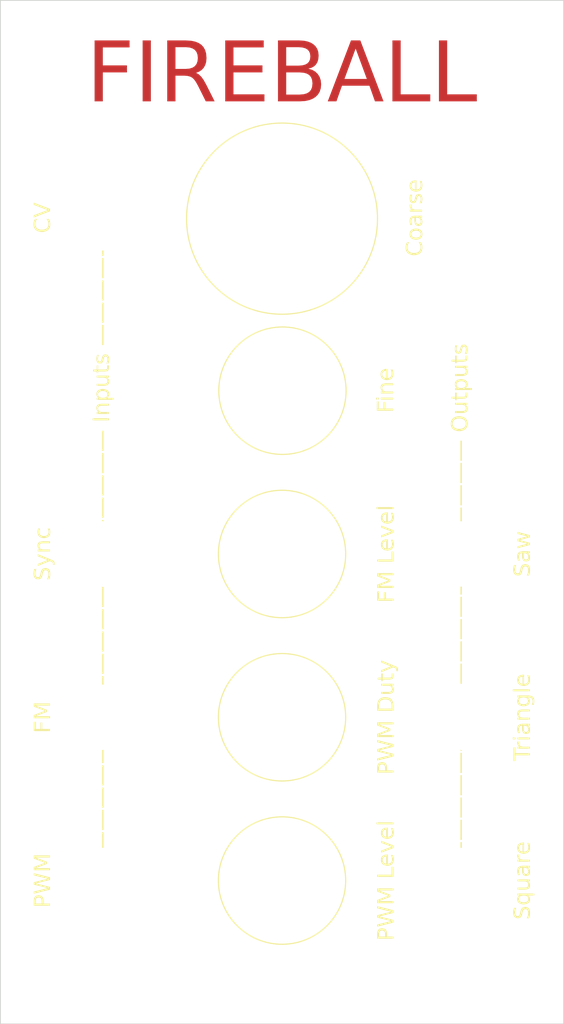
<source format=kicad_pcb>
(kicad_pcb (version 20221018) (generator pcbnew)

  (general
    (thickness 1.6)
  )

  (paper "A4")
  (layers
    (0 "F.Cu" signal)
    (31 "B.Cu" signal)
    (32 "B.Adhes" user "B.Adhesive")
    (33 "F.Adhes" user "F.Adhesive")
    (34 "B.Paste" user)
    (35 "F.Paste" user)
    (36 "B.SilkS" user "B.Silkscreen")
    (37 "F.SilkS" user "F.Silkscreen")
    (38 "B.Mask" user)
    (39 "F.Mask" user)
    (40 "Dwgs.User" user "User.Drawings")
    (41 "Cmts.User" user "User.Comments")
    (42 "Eco1.User" user "User.Eco1")
    (43 "Eco2.User" user "User.Eco2")
    (44 "Edge.Cuts" user)
    (45 "Margin" user)
    (46 "B.CrtYd" user "B.Courtyard")
    (47 "F.CrtYd" user "F.Courtyard")
    (48 "B.Fab" user)
    (49 "F.Fab" user)
    (50 "User.1" user)
    (51 "User.2" user)
    (52 "User.3" user)
    (53 "User.4" user)
    (54 "User.5" user)
    (55 "User.6" user)
    (56 "User.7" user)
    (57 "User.8" user)
    (58 "User.9" user)
  )

  (setup
    (stackup
      (layer "F.SilkS" (type "Top Silk Screen"))
      (layer "F.Paste" (type "Top Solder Paste"))
      (layer "F.Mask" (type "Top Solder Mask") (thickness 0.01))
      (layer "F.Cu" (type "copper") (thickness 0.035))
      (layer "dielectric 1" (type "core") (thickness 1.51) (material "FR4") (epsilon_r 4.5) (loss_tangent 0.02))
      (layer "B.Cu" (type "copper") (thickness 0.035))
      (layer "B.Mask" (type "Bottom Solder Mask") (thickness 0.01))
      (layer "B.Paste" (type "Bottom Solder Paste"))
      (layer "B.SilkS" (type "Bottom Silk Screen"))
      (copper_finish "None")
      (dielectric_constraints no)
    )
    (pad_to_mask_clearance 0)
    (grid_origin 84.5 17.5)
    (pcbplotparams
      (layerselection 0x00010fc_ffffffff)
      (plot_on_all_layers_selection 0x0000000_00000000)
      (disableapertmacros false)
      (usegerberextensions false)
      (usegerberattributes true)
      (usegerberadvancedattributes true)
      (creategerberjobfile true)
      (dashed_line_dash_ratio 12.000000)
      (dashed_line_gap_ratio 3.000000)
      (svgprecision 6)
      (plotframeref false)
      (viasonmask true)
      (mode 1)
      (useauxorigin true)
      (hpglpennumber 1)
      (hpglpenspeed 20)
      (hpglpendiameter 15.000000)
      (dxfpolygonmode true)
      (dxfimperialunits true)
      (dxfusepcbnewfont true)
      (psnegative false)
      (psa4output false)
      (plotreference true)
      (plotvalue true)
      (plotinvisibletext false)
      (sketchpadsonfab false)
      (subtractmaskfromsilk false)
      (outputformat 1)
      (mirror false)
      (drillshape 0)
      (scaleselection 1)
      (outputdirectory "./gerbers")
    )
  )

  (net 0 "")

  (footprint "SynthMages:3.5mm_jack_hole_nonpcb" (layer "F.Cu") (at 120.2 106.9))

  (footprint "SynthMages:3.5mm_jack_hole_nonpcb" (layer "F.Cu") (at 97.7 127.4))

  (footprint "SynthMages:3.5mm_jack_hole_nonpcb" (layer "F.Cu") (at 75.15 127.4))

  (footprint "SynthMages:3.5mm_jack_hole_nonpcb" (layer "F.Cu") (at 75.15 64.7))

  (footprint "SynthMages:3.5mm_jack_hole_nonpcb" (layer "F.Cu") (at 75.15 147.9))

  (footprint "SynthMages:eurorack_rail_hole" (layer "F.Cu") (at 125.8 162.9))

  (footprint "SynthMages:P160_pot_hole_nonpcb" (layer "F.Cu") (at 97.7 64.8))

  (footprint "SynthMages:3.5mm_jack_hole_nonpcb" (layer "F.Cu") (at 120.2 147.9))

  (footprint "SynthMages:3.5mm_jack_hole_nonpcb" (layer "F.Cu") (at 75.15 106.9))

  (footprint "SynthMages:3.5mm_jack_hole_nonpcb" (layer "F.Cu") (at 97.7 106.9))

  (footprint "SynthMages:eurorack_rail_hole" (layer "F.Cu") (at 69.8 40.4))

  (footprint "SynthMages:3.5mm_jack_hole_nonpcb" (layer "F.Cu") (at 97.7 86.4))

  (footprint "SynthMages:eurorack_rail_hole" (layer "F.Cu") (at 69.8 162.9))

  (footprint "SynthMages:3.5mm_jack_hole_nonpcb" (layer "F.Cu") (at 97.7 147.9))

  (footprint "SynthMages:3.5mm_jack_hole_nonpcb" (layer "F.Cu") (at 120.2 127.4))

  (footprint "SynthMages:eurorack_rail_hole" (layer "F.Cu") (at 125.6 40.4))

  (gr_circle (center 97.75 86.4) (end 105.75 86.4)
    (stroke (width 0.15) (type default)) (fill none) (layer "F.SilkS") (tstamp 06e47c1d-c85f-49e7-b50b-37a7c9ff5bf3))
  (gr_circle (center 97.7 147.9) (end 105.7 147.9)
    (stroke (width 0.15) (type default)) (fill none) (layer "F.SilkS") (tstamp 1023864b-b47a-4b42-bcf7-b5483f63071d))
  (gr_circle (center 97.7 64.8) (end 109.7 64.8)
    (stroke (width 0.15) (type default)) (fill none) (layer "F.SilkS") (tstamp 332df5df-e009-400e-b0db-816a30541ca2))
  (gr_circle (center 97.7 106.9) (end 105.7 106.9)
    (stroke (width 0.15) (type default)) (fill none) (layer "F.SilkS") (tstamp 3d71c5b6-b15f-4cf1-be17-aaaa97c18bc9))
  (gr_circle (center 97.7 127.4) (end 105.7 127.4)
    (stroke (width 0.15) (type default)) (fill none) (layer "F.SilkS") (tstamp b63e71fe-94de-4a9c-a418-3924930e3c0a))
  (gr_rect (start 62.3 37.4) (end 133.1 165.9)
    (stroke (width 0.1) (type default)) (fill none) (layer "Edge.Cuts") (tstamp 65721645-1eaf-4908-97e6-dc32bed9d852))
  (gr_text "FIREBALL" (at 97.675 51.35) (layer "F.Cu") (tstamp 42c3d350-3f7e-4a4c-9675-a2e62357a4eb)
    (effects (font (face "QuentinCaps") (size 7.5 7.5) (thickness 0.15)) (justify bottom))
    (render_cache "FIREBALL" 0
      (polygon
        (pts
          (xy 78.708322 43.185519)          (xy 78.650004 43.237397)          (xy 78.587468 43.287761)          (xy 78.519634 43.34014)
          (xy 78.453069 43.390283)          (xy 78.393249 43.434647)          (xy 78.323983 43.477924)          (xy 78.253572 43.508836)
          (xy 78.182017 43.527383)          (xy 78.109316 43.533565)          (xy 78.029461 43.530446)          (xy 77.952925 43.521086)
          (xy 77.879709 43.505487)          (xy 77.792859 43.477214)          (xy 77.711196 43.439191)          (xy 77.634721 43.391419)
          (xy 77.563434 43.333897)          (xy 77.500379 43.275107)          (xy 77.44219 43.219637)          (xy 77.388867 43.167487)
          (xy 77.329055 43.106969)          (xy 77.276847 43.051639)          (xy 77.224232 42.992091)          (xy 77.195238 42.956542)
          (xy 77.157206 42.890925)          (xy 77.124507 42.82147)          (xy 77.096657 42.75146)          (xy 77.079833 42.70375)
          (xy 77.054513 42.624648)          (xy 77.030299 42.552491)          (xy 77.003422 42.480749)          (xy 76.995569 42.463782)
          (xy 76.957605 42.384886)          (xy 76.922024 42.313751)          (xy 76.87829 42.230976)          (xy 76.838791 42.161996)
          (xy 76.795375 42.095172)          (xy 76.745712 42.037833)          (xy 76.713469 42.022313)          (xy 76.702478 42.022313)
          (xy 76.618214 42.168859)          (xy 76.618214 43.496929)          (xy 76.691769 43.528728)          (xy 76.769479 43.543154)
          (xy 76.854505 43.553601)          (xy 76.935792 43.560928)          (xy 77.028871 43.56734)          (xy 77.079833 43.570202)
          (xy 77.155814 43.57464)          (xy 77.248808 43.582611)          (xy 77.332299 43.59293)          (xy 77.406287 43.605595)
          (xy 77.48541 43.624727)          (xy 77.560758 43.652527)          (xy 77.614725 43.685607)          (xy 77.783252 43.876116)
          (xy 77.805604 43.949639)          (xy 77.81412 44.026977)          (xy 77.814393 44.044644)          (xy 77.808433 44.119226)
          (xy 77.792224 44.192876)          (xy 77.783252 44.22233)          (xy 77.736206 44.287045)          (xy 77.681509 44.346121)
          (xy 77.626812 44.40245)          (xy 77.616557 44.41284)          (xy 77.582162 44.481304)          (xy 77.564731 44.555035)
          (xy 77.563434 44.581367)          (xy 77.572201 44.655762)          (xy 77.598503 44.727133)          (xy 77.616557 44.759054)
          (xy 77.668474 44.815742)          (xy 77.704484 44.85614)          (xy 77.755909 44.910424)          (xy 77.783252 44.938572)
          (xy 77.826207 44.999903)          (xy 77.865089 45.066734)          (xy 77.894713 45.136887)          (xy 77.909525 45.21524)
          (xy 77.909648 45.222505)          (xy 77.890328 45.293452)          (xy 77.887666 45.297609)          (xy 77.81169 45.316421)
          (xy 77.736083 45.323255)          (xy 77.657114 45.327949)          (xy 77.561716 45.331956)          (xy 77.479386 45.334511)
          (xy 77.387815 45.336679)          (xy 77.321633 45.337909)          (xy 77.21576 45.342031)          (xy 77.118645 45.346153)
          (xy 77.030288 45.350274)          (xy 76.950689 45.354396)          (xy 76.858182 45.359891)          (xy 76.781246 45.365387)
          (xy 76.706971 45.372256)          (xy 76.643859 45.381873)          (xy 76.594881 45.436853)          (xy 76.57566 45.514666)
          (xy 76.567619 45.59064)          (xy 76.564318 45.683609)          (xy 76.565091 45.770219)          (xy 76.567195 45.846054)
          (xy 76.572916 45.920239)          (xy 76.576082 45.949738)          (xy 76.576082 46.024614)          (xy 76.576082 46.034002)
          (xy 76.576082 48.360415)          (xy 76.786741 48.560083)          (xy 76.850862 48.600956)          (xy 76.919321 48.651245)
          (xy 76.980943 48.704339)          (xy 77.035728 48.760238)          (xy 77.070674 48.801884)          (xy 77.1094 48.871937)
          (xy 77.152075 48.943564)          (xy 77.191145 49.007606)          (xy 77.23737 49.082381)          (xy 77.279501 49.14993)
          (xy 77.316617 49.218163)          (xy 77.344617 49.294636)          (xy 77.361361 49.366743)          (xy 77.371407 49.444903)
          (xy 77.374756 49.529117)          (xy 77.370198 49.611438)          (xy 77.359035 49.695673)          (xy 77.344617 49.775511)
          (xy 77.325547 49.864115)          (xy 77.306943 49.941309)          (xy 77.285362 50.024113)          (xy 77.279501 50.04569)
          (xy 77.241747 50.11653)          (xy 77.175882 50.164186)          (xy 77.105219 50.185224)          (xy 77.031116 50.192093)
          (xy 77.017551 50.192236)          (xy 76.929251 50.190147)          (xy 76.842955 50.183878)          (xy 76.758663 50.173431)
          (xy 76.676374 50.158805)          (xy 76.596089 50.140001)          (xy 76.517807 50.117017)          (xy 76.441529 50.089854)
          (xy 76.367254 50.058513)          (xy 75.925785 49.858845)          (xy 75.855718 49.829192)          (xy 75.784556 49.80596)
          (xy 75.7086 49.792126)          (xy 75.683985 49.791067)          (xy 75.605904 49.79599)          (xy 75.529196 49.810759)
          (xy 75.453862 49.835374)          (xy 75.379903 49.869836)          (xy 75.288471 49.927452)          (xy 75.199647 49.979401)
          (xy 75.113432 50.025683)          (xy 75.029824 50.066298)          (xy 74.948825 50.101246)          (xy 74.870435 50.130527)
          (xy 74.794652 50.15414)          (xy 74.721477 50.172086)          (xy 74.627969 50.187199)          (xy 74.539097 50.192236)
          (xy 74.452865 50.188114)          (xy 74.375521 50.17575)          (xy 74.296518 50.150906)          (xy 74.229612 50.114842)
          (xy 74.181891 50.075)          (xy 74.024355 49.873499)          (xy 73.782554 49.681158)          (xy 73.757653 49.611177)
          (xy 73.7417 49.52729)          (xy 73.729661 49.447944)          (xy 73.719643 49.372811)          (xy 73.709282 49.287316)
          (xy 73.70031 49.19958)          (xy 73.69286 49.10925)          (xy 73.687994 49.035119)          (xy 73.684101 48.959327)
          (xy 73.681182 48.881876)          (xy 73.679235 48.802764)          (xy 73.678262 48.721992)          (xy 73.678141 48.680983)
          (xy 73.682015 48.604848)          (xy 73.689132 48.552756)          (xy 73.689132 48.488642)          (xy 73.75271 48.449759)
          (xy 73.832938 48.428006)          (xy 73.911893 48.415298)          (xy 73.989987 48.407069)          (xy 74.024355 48.404378)
          (xy 74.10718 48.397017)          (xy 74.190986 48.386885)          (xy 74.267272 48.373273)          (xy 74.340394 48.347987)
          (xy 74.350419 48.340265)          (xy 74.476815 48.201046)          (xy 74.503863 48.13138)          (xy 74.527304 48.045112)
          (xy 74.542519 47.969518)          (xy 74.555705 47.884585)          (xy 74.566862 47.790314)          (xy 74.575991 47.686705)
          (xy 74.580949 47.612445)          (xy 74.585007 47.534034)          (xy 74.588162 47.451474)          (xy 74.590416 47.364763)
          (xy 74.591769 47.273901)          (xy 74.592219 47.17889)          (xy 74.591431 47.104232)          (xy 74.589499 47.017078)
          (xy 74.587003 46.928116)          (xy 74.584427 46.846257)          (xy 74.581336 46.754895)          (xy 74.578679 46.680137)
          (xy 74.575733 46.600034)          (xy 74.573114 46.518381)          (xy 74.570753 46.439657)          (xy 74.568649 46.363864)
          (xy 74.566245 46.267364)          (xy 74.564299 46.176073)          (xy 74.56281 46.089992)          (xy 74.56178 46.00912)
          (xy 74.561207 45.933457)          (xy 74.561079 45.880129)          (xy 74.561079 45.092445)          (xy 74.528492 45.025244)
          (xy 74.48231 44.954143)          (xy 74.43816 44.893267)          (xy 74.384708 44.823983)          (xy 74.335249 44.762503)
          (xy 74.308287 44.729745)          (xy 74.250765 44.660935)          (xy 74.202993 44.594183)          (xy 74.16497 44.529488)
          (xy 74.132212 44.454569)          (xy 74.113493 44.382613)          (xy 74.108619 44.324912)          (xy 74.108619 44.304762)
          (xy 74.121098 44.230917)          (xy 74.152491 44.159352)          (xy 74.194609 44.092849)          (xy 74.240431 44.033789)
          (xy 74.296003 43.971419)          (xy 74.308287 43.958548)          (xy 74.366077 43.897574)          (xy 74.423264 43.834204)
          (xy 74.473215 43.773784)          (xy 74.515228 43.708238)          (xy 74.518947 43.696598)          (xy 74.547497 43.611622)
          (xy 74.560663 43.524181)          (xy 74.569035 43.440042)          (xy 74.576119 43.339997)          (xy 74.580127 43.264463)
          (xy 74.583561 43.181859)          (xy 74.586423 43.092186)          (xy 74.588713 42.995443)          (xy 74.590431 42.89163)
          (xy 74.591575 42.780748)          (xy 74.592148 42.662796)          (xy 74.592219 42.601168)          (xy 74.591933 42.479002)
          (xy 74.591075 42.363003)          (xy 74.589643 42.253172)          (xy 74.58764 42.14951)          (xy 74.585064 42.052016)
          (xy 74.581915 41.960689)          (xy 74.578195 41.875531)          (xy 74.573901 41.796541)          (xy 74.566388 41.689621)
          (xy 74.557587 41.596579)          (xy 74.547497 41.517415)          (xy 74.532041 41.433452)          (xy 74.518947 41.386671)
          (xy 74.434683 41.333548)          (xy 74.362004 41.301466)          (xy 74.291429 41.26132)          (xy 74.222957 41.213109)
          (xy 74.165942 41.165367)          (xy 74.11961 41.121057)          (xy 74.074955 41.061451)          (xy 74.024341 40.994833)
          (xy 73.976212 40.93215)          (xy 73.923705 40.864316)          (xy 73.876603 40.803851)          (xy 73.866818 40.791329)
          (xy 73.742254 40.705233)          (xy 73.7224 40.625656)          (xy 73.712695 40.552477)          (xy 73.70619 40.475798)
          (xy 73.702049 40.40206)          (xy 73.700122 40.353524)          (xy 73.696387 40.274161)          (xy 73.693425 40.1872)
          (xy 73.691547 40.108927)          (xy 73.690205 40.025377)          (xy 73.6894 39.93655)          (xy 73.689142 39.861688)
          (xy 73.689132 39.842445)          (xy 73.689132 39.705059)          (xy 73.752415 39.66599)          (xy 73.830645 39.648521)
          (xy 73.909723 39.641947)          (xy 73.962073 39.640945)          (xy 74.040115 39.640945)          (xy 74.11556 39.640945)
          (xy 74.181891 39.640945)          (xy 74.687474 39.640945)          (xy 74.784704 39.645954)          (xy 74.857814 39.656285)
          (xy 74.931085 39.672251)          (xy 75.004517 39.693851)          (xy 75.07811 39.721087)          (xy 75.151864 39.753958)
          (xy 75.225779 39.792464)          (xy 75.299855 39.836605)          (xy 75.374092 39.886381)          (xy 75.44849 39.941791)
          (xy 75.473326 39.961514)          (xy 75.543772 39.998016)          (xy 75.614698 40.020556)          (xy 75.663835 40.025628)
          (xy 75.741535 40.016424)          (xy 75.813672 39.99858)          (xy 75.899673 39.971344)          (xy 75.978456 39.942793)
          (xy 76.066111 39.908232)          (xy 76.137676 39.878366)          (xy 76.214231 39.84512)          (xy 76.240859 39.833286)
          (xy 76.320092 39.798913)          (xy 76.396363 39.76792)          (xy 76.469672 39.740309)          (xy 76.540018 39.716078)
          (xy 76.629205 39.68903)          (xy 76.713125 39.667993)          (xy 76.791779 39.652966)          (xy 76.865166 39.64395)
          (xy 76.933287 39.640945)          (xy 77.007247 39.643464)          (xy 77.082581 39.65102)          (xy 77.159288 39.663614)
          (xy 77.23737 39.681245)          (xy 77.279501 39.719713)          (xy 77.709979 39.919382)          (xy 77.784741 39.948233)
          (xy 77.860647 39.968841)          (xy 77.937698 39.981206)          (xy 78.015894 39.985327)          (xy 78.067185 39.985327)
          (xy 78.123055 39.926251)          (xy 78.176407 39.866145)          (xy 78.227541 39.807691)          (xy 78.246703 39.785659)
          (xy 78.298307 39.729271)          (xy 78.356154 39.677124)          (xy 78.422828 39.642217)          (xy 78.435381 39.640945)
          (xy 78.508823 39.659879)          (xy 78.561776 39.684909)          (xy 78.621684 39.739048)          (xy 78.6757 39.790868)
          (xy 78.738554 39.856356)          (xy 78.790933 39.917722)          (xy 78.841675 39.988633)          (xy 78.880959 40.065226)
          (xy 78.897 40.142864)          (xy 78.897 40.164846)          (xy 78.886009 40.186828)          (xy 78.759613 40.49091)
          (xy 78.759613 40.959856)          (xy 78.928141 41.65778)          (xy 78.947289 41.735726)          (xy 78.967675 41.817058)
          (xy 78.985957 41.888046)          (xy 79.006372 41.964119)          (xy 79.012404 41.985676)          (xy 79.028826 42.065031)
          (xy 79.037585 42.145517)          (xy 79.042055 42.228339)          (xy 79.043515 42.308538)          (xy 79.043545 42.322732)
          (xy 79.040599 42.417469)          (xy 79.03176 42.509341)          (xy 79.017029 42.598347)          (xy 78.996405 42.684488)
          (xy 78.969888 42.767762)          (xy 78.937479 42.848171)          (xy 78.899177 42.925714)          (xy 78.854982 43.000391)
          (xy 78.804895 43.072202)          (xy 78.748916 43.141148)
        )
          (pts
            (xy 78.475681 42.315404)            (xy 78.50136 42.240491)            (xy 78.515523 42.168401)            (xy 78.524601 42.084214)
            (xy 78.528337 42.002426)            (xy 78.528804 41.958199)            (xy 78.527775 41.880356)            (xy 78.524689 41.79795)
            (xy 78.519546 41.710984)            (xy 78.512346 41.619455)            (xy 78.505104 41.542948)            (xy 78.496546 41.463521)
            (xy 78.486672 41.381175)            (xy 78.472761 41.305613)            (xy 78.457592 41.220891)            (xy 78.441162 41.12701)
            (xy 78.428014 41.050589)            (xy 78.414157 40.969016)            (xy 78.399592 40.88229)            (xy 78.384319 40.790413)
            (xy 78.368337 40.693384)            (xy 78.351646 40.591202)            (xy 78.340126 40.520219)            (xy 78.318144 40.120882)
            (xy 78.109316 40.120882)            (xy 78.034221 40.141581)            (xy 77.959565 40.160724)            (xy 77.887666 40.174005)
            (xy 77.809356 40.155687)            (xy 77.734824 40.132789)            (xy 77.663447 40.109605)            (xy 77.636707 40.100732)
            (xy 77.573051 40.061348)            (xy 77.511484 40.020991)            (xy 77.488329 40.005478)            (xy 77.415028 39.973707)
            (xy 77.341669 39.946172)            (xy 77.268253 39.922874)            (xy 77.19478 39.903811)            (xy 77.121249 39.888985)
            (xy 77.047662 39.878395)            (xy 76.974017 39.872041)            (xy 76.900314 39.869923)            (xy 76.8158 39.870245)
            (xy 76.742234 39.871211)            (xy 76.661176 39.873501)            (xy 76.587223 39.877973)            (xy 76.576082 39.879082)
            (xy 76.522959 39.879082)            (xy 76.29215 39.932205)            (xy 75.881822 40.120882)            (xy 75.819282 40.160381)
            (xy 75.749399 40.202348)            (xy 75.677701 40.241847)            (xy 75.610819 40.272952)            (xy 75.546598 40.28941)
            (xy 75.468773 40.269496)            (xy 75.396673 40.229997)            (xy 75.334034 40.186549)            (xy 75.276226 40.14129)
            (xy 75.251675 40.120882)            (xy 75.192701 40.07189)            (xy 75.129401 40.031581)            (xy 75.063005 39.995496)
            (xy 74.985403 39.957993)            (xy 74.927443 39.932205)            (xy 74.850163 39.91858)            (xy 74.760497 39.910917)
            (xy 74.685621 39.907024)            (xy 74.598667 39.904105)            (xy 74.499634 39.902159)            (xy 74.417433 39.901337)
            (xy 74.328437 39.901064)            (xy 74.2452 39.900838)            (xy 74.168596 39.900162)            (xy 74.076776 39.898559)
            (xy 73.996749 39.896155)            (xy 73.913297 39.892023)            (xy 73.837477 39.885411)            (xy 73.782554 39.875418)
            (xy 73.755276 39.946348)            (xy 73.746347 40.021105)            (xy 73.741904 40.105555)            (xy 73.740464 40.190295)
            (xy 73.740423 40.20881)            (xy 73.741081 40.287549)            (xy 73.743755 40.371726)            (xy 73.74968 40.451839)
            (xy 73.764122 40.529264)            (xy 73.782554 40.555024)            (xy 73.826491 40.619665)            (xy 73.889145 40.659364)
            (xy 73.962187 40.680389)            (xy 74.03833 40.688225)            (xy 74.066487 40.688747)            (xy 74.13957 40.682489)
            (xy 74.215251 40.678829)            (xy 74.286305 40.677756)            (xy 74.3799 40.684797)            (xy 74.461015 40.70592)
            (xy 74.529651 40.741126)            (xy 74.585808 40.790413)            (xy 74.629486 40.853783)            (xy 74.660684 40.931234)
            (xy 74.679403 41.022768)            (xy 74.685252 41.10066)            (xy 74.685642 41.128384)            (xy 74.681435 41.205521)
            (xy 74.673278 41.286379)            (xy 74.663661 41.366521)            (xy 74.654845 41.445175)            (xy 74.647367 41.522562)
            (xy 74.64351 41.591835)            (xy 74.64351 43.826657)            (xy 74.60998 43.899524)            (xy 74.561594 43.961446)
            (xy 74.503376 44.02415)            (xy 74.443055 44.083192)            (xy 74.40171 44.12158)            (xy 74.352444 44.179254)
            (xy 74.321425 44.246945)            (xy 74.308652 44.324655)            (xy 74.308287 44.341399)            (xy 74.316351 44.419199)
            (xy 74.350419 44.49115)            (xy 74.419542 44.534048)            (xy 74.476815 44.541067)            (xy 74.555445 44.532346)
            (xy 74.63221 44.498858)            (xy 74.689784 44.440254)            (xy 74.723102 44.372232)            (xy 74.743093 44.286768)
            (xy 74.74949 44.205839)            (xy 74.749756 44.183862)            (xy 74.758915 41.590003)            (xy 74.765098 41.506197)
            (xy 74.770636 41.429518)            (xy 74.776947 41.34099)            (xy 74.782797 41.258164)            (xy 74.789183 41.16711)
            (xy 74.791888 41.128384)            (xy 74.791523 41.05499)            (xy 74.781493 40.973107)            (xy 74.761119 40.895256)
            (xy 74.730402 40.821438)            (xy 74.702129 40.771179)            (xy 74.64772 40.707779)            (xy 74.583363 40.662227)
            (xy 74.517236 40.630465)            (xy 74.439751 40.604338)            (xy 74.350906 40.583846)            (xy 74.271651 40.57151)
            (xy 74.193941 40.558201)            (xy 74.111375 40.533756)            (xy 74.044999 40.500635)            (xy 73.986717 40.449437)
            (xy 73.948186 40.373915)            (xy 73.940091 40.30956)            (xy 73.945844 40.235715)            (xy 73.969216 40.157254)
            (xy 74.010566 40.094178)            (xy 74.069895 40.046486)            (xy 74.147201 40.014179)            (xy 74.221991 39.99941)
            (xy 74.308287 39.994487)            (xy 74.382392 39.998825)            (xy 74.467319 40.011839)            (xy 74.543054 40.028497)
            (xy 74.625715 40.050708)            (xy 74.715302 40.078471)            (xy 74.787038 40.102938)            (xy 74.862671 40.130528)
            (xy 74.942199 40.161241)            (xy 74.969575 40.172173)            (xy 75.03962 40.219572)            (xy 75.09691 40.265367)
            (xy 75.153215 40.316887)            (xy 75.208536 40.374132)            (xy 75.262874 40.4371)            (xy 75.316227 40.505794)
            (xy 75.32678 40.520219)            (xy 75.38152 40.57058)            (xy 75.451344 40.582501)            (xy 75.527937 40.564727)
            (xy 75.602963 40.528067)            (xy 75.671735 40.48573)            (xy 75.715126 40.456106)            (xy 75.778125 40.415222)
            (xy 75.843455 40.374722)            (xy 75.906281 40.336654)            (xy 75.914795 40.331542)            (xy 76.165754 40.174005)
            (xy 76.235547 40.140286)            (xy 76.302733 40.109884)            (xy 76.388256 40.074507)            (xy 76.469142 40.045026)
            (xy 76.545392 40.021442)            (xy 76.617005 40.003753)            (xy 76.7 39.989934)            (xy 76.775751 39.985327)
            (xy 76.851993 39.989934)            (xy 76.936464 40.003753)            (xy 77.009966 40.021442)            (xy 77.088734 40.045026)
            (xy 77.172769 40.074507)            (xy 77.26207 40.109884)            (xy 77.332503 40.140286)            (xy 77.405897 40.174005)
            (xy 77.474869 40.218554)            (xy 77.54299 40.263748)            (xy 77.607855 40.307614)            (xy 77.677629 40.355511)
            (xy 77.687998 40.362683)            (xy 77.76238 40.382888)            (xy 77.837599 40.393335)            (xy 77.923701 40.402289)
            (xy 77.95178 40.404815)            (xy 78.027314 40.41785)            (xy 78.103821 40.444657)            (xy 78.165845 40.492769)
            (xy 78.182589 40.520219)            (xy 78.318144 40.846284)            (xy 78.340469 40.921216)            (xy 78.359818 40.99947)
            (xy 78.37619 41.081043)            (xy 78.389585 41.165936)            (xy 78.400004 41.25415)            (xy 78.407445 41.345684)
            (xy 78.41191 41.440538)            (xy 78.413306 41.513857)            (xy 78.413399 41.538712)            (xy 78.411878 41.623076)
            (xy 78.408472 41.698295)            (xy 78.40312 41.780384)            (xy 78.395821 41.869341)            (xy 78.386576 41.965169)
            (xy 78.378365 42.041547)            (xy 78.369059 42.121789)            (xy 78.358659 42.205896)            (xy 78.351117 42.264113)
            (xy 78.266853 42.463782)            (xy 78.236313 42.54235)            (xy 78.1969 42.610442)            (xy 78.148615 42.668058)
            (xy 78.091456 42.715199)            (xy 78.025425 42.751864)            (xy 77.95052 42.778054)            (xy 77.866743 42.793767)
            (xy 77.774093 42.799005)            (xy 77.685193 42.79391)            (xy 77.602589 42.778626)            (xy 77.526282 42.753152)
            (xy 77.456272 42.717489)            (xy 77.392559 42.671636)            (xy 77.335143 42.615594)            (xy 77.284024 42.549362)
            (xy 77.239201 42.472941)            (xy 77.20683 42.404763)            (xy 77.181155 42.333493)            (xy 77.162179 42.259133)
            (xy 77.1499 42.181681)            (xy 77.144319 42.101138)            (xy 77.143947 42.073604)            (xy 77.147381 41.999501)
            (xy 77.157685 41.923738)            (xy 77.174859 41.846315)            (xy 77.198901 41.767232)            (xy 77.229813 41.686488)
            (xy 77.267595 41.604085)            (xy 77.312245 41.520022)            (xy 77.350241 41.455885)            (xy 77.363765 41.434298)
            (xy 77.403264 41.368467)            (xy 77.437496 41.29737)            (xy 77.466462 41.221005)            (xy 77.487486 41.149867)
            (xy 77.490161 41.139375)            (xy 77.490161 41.097243)            (xy 77.480887 41.012364)            (xy 77.453066 40.930834)
            (xy 77.415714 40.86545)            (xy 77.365483 40.802391)            (xy 77.302371 40.741659)            (xy 77.242607 40.694747)
            (xy 77.226379 40.683251)            (xy 77.159746 40.639574)            (xy 77.090824 40.601048)            (xy 77.019612 40.567675)
            (xy 76.94611 40.539453)            (xy 76.870318 40.516384)            (xy 76.792237 40.498466)            (xy 76.711866 40.485701)
            (xy 76.629205 40.478087)            (xy 76.555703 40.47886)            (xy 76.485579 40.502552)            (xy 76.460677 40.520219)
            (xy 76.38304 40.56399)            (xy 76.310411 40.616533)            (xy 76.242791 40.677849)            (xy 76.18018 40.747938)
            (xy 76.122577 40.826799)            (xy 76.069984 40.914433)            (xy 76.0224 41.01084)            (xy 75.979824 41.116019)
            (xy 75.942258 41.229971)            (xy 75.9097 41.352696)            (xy 75.882151 41.484194)            (xy 75.859611 41.624464)
            (xy 75.850219 41.697889)            (xy 75.84208 41.773507)            (xy 75.835193 41.851318)            (xy 75.829558 41.931323)
            (xy 75.825175 42.01352)            (xy 75.822044 42.097911)            (xy 75.820166 42.184495)            (xy 75.81954 42.273272)
            (xy 75.820119 42.351282)            (xy 75.821488 42.426326)            (xy 75.823661 42.510493)            (xy 75.82598 42.584396)
            (xy 75.828813 42.664137)            (xy 75.832162 42.749718)            (xy 75.836026 42.841137)            (xy 75.83989 42.932556)
            (xy 75.843239 43.018137)            (xy 75.846073 43.097878)            (xy 75.848391 43.171781)            (xy 75.850564 43.255948)
            (xy 75.851933 43.330992)            (xy 75.852513 43.409002)            (xy 75.850967 43.484478)            (xy 75.847779 43.559005)
            (xy 75.843486 43.638146)            (xy 75.841522 43.670952)            (xy 75.837239 43.74422)            (xy 75.833278 43.825283)
            (xy 75.830799 43.904289)            (xy 75.830531 43.932903)            (xy 75.83159 44.016021)            (xy 75.834767 44.092271)
            (xy 75.841717 44.177923)            (xy 75.851976 44.252842)            (xy 75.868655 44.328576)            (xy 75.894138 44.397398)
            (xy 75.898308 44.405512)            (xy 75.943533 44.466612)            (xy 76.010437 44.511048)            (xy 76.08564 44.529933)
            (xy 76.123622 44.531908)            (xy 76.204108 44.518169)            (xy 76.266046 44.476953)            (xy 76.309438 44.40826)
            (xy 76.33219 44.325614)            (xy 76.334282 44.31209)            (xy 76.317774 44.239983)            (xy 76.286305 44.173277)
            (xy 76.234242 44.120011)            (xy 76.165004 44.091246)            (xy 76.134613 44.086775)            (xy 76.05905 44.076929)
            (xy 75.986493 44.060114)            (xy 75.925785 44.028157)            (xy 75.925785 43.240474)            (xy 75.925259 43.164539)
            (xy 75.923971 43.08829)            (xy 75.921911 43.001736)            (xy 75.919603 42.921737)            (xy 75.916759 42.834582)
            (xy 75.914795 42.778855)            (xy 75.912219 42.704695)            (xy 75.909482 42.618515)            (xy 75.907281 42.539581)
            (xy 75.905349 42.454422)            (xy 75.90419 42.379697)            (xy 75.903804 42.315404)            (xy 75.904827 42.184493)
            (xy 75.907897 42.059665)            (xy 75.913013 41.940918)            (xy 75.920175 41.828254)            (xy 75.929385 41.721672)
            (xy 75.94064 41.621173)            (xy 75.953943 41.526755)            (xy 75.969291 41.43842)            (xy 75.986686 41.356167)
            (xy 76.006128 41.279996)            (xy 76.027616 41.209907)            (xy 76.063685 41.116178)            (xy 76.104359 41.036135)
            (xy 76.149638 40.969776)            (xy 76.165754 40.950697)            (xy 76.365423 40.729047)            (xy 76.424177 40.668661)
            (xy 76.482287 40.620769)            (xy 76.549268 40.580686)            (xy 76.624745 40.555698)            (xy 76.671337 40.55136)
            (xy 76.744617 40.569593)            (xy 76.82172 40.600569)            (xy 76.897917 40.63508)            (xy 76.922296 40.646615)
            (xy 76.999691 40.685656)            (xy 77.068842 40.724009)            (xy 77.143689 40.770986)            (xy 77.205656 40.816889)
            (xy 77.263015 40.870555)            (xy 77.306492 40.931213)            (xy 77.310642 40.939706)            (xy 77.363765 41.097243)
            (xy 77.343193 41.168047)            (xy 77.317478 41.241955)            (xy 77.2895 41.319564)            (xy 77.264196 41.388553)
            (xy 77.235189 41.466783)            (xy 77.202479 41.554254)            (xy 77.166066 41.650967)            (xy 77.153106 41.685258)
            (xy 77.123026 41.769031)            (xy 77.098044 41.849764)            (xy 77.07816 41.927455)            (xy 77.063375 42.002106)
            (xy 77.052363 42.087672)            (xy 77.048692 42.168859)            (xy 77.053313 42.26994)            (xy 77.067175 42.364355)
            (xy 77.090278 42.452106)            (xy 77.122623 42.533191)            (xy 77.164209 42.60761)            (xy 77.215037 42.675364)
            (xy 77.275106 42.736453)            (xy 77.344417 42.790876)            (xy 77.422968 42.838634)            (xy 77.510762 42.879727)
            (xy 77.574425 42.903419)            (xy 77.97193 42.903419)            (xy 78.087335 42.841137)            (xy 78.145286 42.792297)
            (xy 78.20397 42.745253)            (xy 78.264649 42.698083)            (xy 78.297994 42.672609)            (xy 78.33304 42.606433)
            (xy 78.369542 42.533441)            (xy 78.402377 42.466599)            (xy 78.440848 42.387504)
          )
          (pts
            (xy 77.405897 43.775366)            (xy 76.418545 43.775366)            (xy 76.418545 43.85963)            (xy 76.48887 43.894692)
            (xy 76.568297 43.907715)            (xy 76.649355 43.910921)            (xy 76.730413 43.906541)            (xy 76.814219 43.901067)
            (xy 76.906096 43.894833)            (xy 76.994023 43.888751)            (xy 77.068384 43.883551)            (xy 77.121965 43.87978)
            (xy 77.132956 43.953053)            (xy 77.104319 44.023098)            (xy 77.078398 44.092609)            (xy 77.055357 44.169102)
            (xy 77.048692 44.215003)            (xy 77.048692 44.236985)            (xy 77.05745 44.314866)            (xy 77.075515 44.392548)
            (xy 77.096377 44.464388)            (xy 77.110974 44.509926)            (xy 77.099983 44.552058)            (xy 76.607223 44.572208)
            (xy 76.618214 44.656472)            (xy 76.696701 44.671525)            (xy 76.778876 44.68077)            (xy 76.860358 44.685667)
            (xy 76.937316 44.687491)            (xy 76.964428 44.687613)            (xy 77.045744 44.685638)            (xy 77.132657 44.677615)
            (xy 77.215347 44.65984)            (xy 77.282027 44.627871)            (xy 77.321633 44.561217)            (xy 77.30678 44.484062)
            (xy 77.282094 44.407384)            (xy 77.279501 44.400017)            (xy 77.257283 44.33)            (xy 77.240702 44.255559)
            (xy 77.23737 44.215003)            (xy 77.24836 44.183862)            (xy 77.24836 44.163712)
          )
          (pts
            (xy 76.74461 49.424703)            (xy 76.802212 49.378421)            (xy 76.822208 49.299788)            (xy 76.828133 49.226115)
            (xy 76.828873 49.182903)            (xy 76.826816 49.09539)            (xy 76.820644 49.01718)            (xy 76.807807 48.935607)
            (xy 76.785343 48.857368)            (xy 76.749794 48.790277)            (xy 76.74461 48.783565)            (xy 76.676789 48.745899)
            (xy 76.599227 48.706028)            (xy 76.526007 48.668962)            (xy 76.456742 48.634158)            (xy 76.418545 48.615038)
            (xy 76.167586 48.490474)            (xy 76.105934 48.443934)            (xy 76.052868 48.388579)            (xy 76.008389 48.324408)
            (xy 75.972497 48.251421)            (xy 75.945191 48.169619)            (xy 75.926472 48.079001)            (xy 75.918068 48.005252)
            (xy 75.914494 47.926545)            (xy 75.914795 47.871318)            (xy 75.917542 47.794382)            (xy 75.923209 47.71985)
            (xy 75.925785 47.6918)            (xy 75.925785 47.617262)            (xy 75.925785 47.576395)            (xy 75.925785 44.993527)
            (xy 75.777408 44.993527)            (xy 75.79939 45.885624)            (xy 75.802019 45.961866)            (xy 75.803039 46.046338)
            (xy 75.802696 46.11984)            (xy 75.801322 46.198608)            (xy 75.798917 46.282643)            (xy 75.795483 46.371944)
            (xy 75.791018 46.466512)            (xy 75.788399 46.515771)            (xy 75.784798 46.598192)            (xy 75.781551 46.675783)
            (xy 75.777773 46.771725)            (xy 75.774624 46.85908)            (xy 75.772106 46.937848)            (xy 75.769843 47.024233)
            (xy 75.768426 47.110186)            (xy 75.768249 47.145917)            (xy 75.769029 47.265787)            (xy 75.771369 47.381306)
            (xy 75.775268 47.492475)            (xy 75.780728 47.599293)            (xy 75.787748 47.70176)            (xy 75.796327 47.799877)
            (xy 75.806467 47.893644)            (xy 75.818166 47.98306)            (xy 75.831425 48.068125)            (xy 75.846244 48.148839)
            (xy 75.862623 48.225203)            (xy 75.880562 48.297217)            (xy 75.910396 48.39708)            (xy 75.943739 48.487154)
            (xy 75.967917 48.541765)            (xy 76.016346 48.59892)            (xy 76.079658 48.639767)            (xy 76.151786 48.672268)
            (xy 76.224487 48.697581)            (xy 76.308636 48.721284)            (xy 76.392016 48.747267)            (xy 76.461264 48.779422)
            (xy 76.525707 48.826155)            (xy 76.57517 48.891909)            (xy 76.596933 48.96976)            (xy 76.598064 48.994225)
            (xy 76.591132 49.081827)            (xy 76.570336 49.154581)            (xy 76.527081 49.222287)            (xy 76.463861 49.268612)
            (xy 76.380678 49.293556)            (xy 76.314132 49.298307)            (xy 76.235363 49.294958)            (xy 76.156595 49.284912)
            (xy 76.077827 49.268168)            (xy 75.999058 49.244726)            (xy 75.92029 49.214587)            (xy 75.841522 49.177751)
            (xy 75.762753 49.134216)            (xy 75.683985 49.083984)            (xy 75.608995 49.033323)            (xy 75.541561 48.989416)
            (xy 75.467894 48.944032)            (xy 75.39508 48.903503)            (xy 75.32444 48.873106)            (xy 75.295639 48.867829)
            (xy 75.225078 48.904639)            (xy 75.160964 48.953583)            (xy 75.138102 48.972243)            (xy 75.08269 49.027656)
            (xy 75.021667 49.080435)            (xy 74.961324 49.130989)            (xy 74.938434 49.14993)            (xy 74.873111 49.192884)
            (xy 74.802834 49.221891)            (xy 74.718157 49.244726)            (xy 74.640047 49.258551)            (xy 74.552721 49.268426)
            (xy 74.456178 49.27435)            (xy 74.377723 49.276202)            (xy 74.350419 49.276325)            (xy 74.26956 49.273749)
            (xy 74.196653 49.266021)            (xy 74.111817 49.247703)            (xy 74.04112 49.220226)            (xy 73.972633 49.172999)
            (xy 73.926238 49.111461)            (xy 73.901936 49.035613)            (xy 73.897959 48.983234)            (xy 73.897959 48.783565)
            (xy 73.979366 48.762652)            (xy 74.053914 48.743187)            (xy 74.142643 48.719487)            (xy 74.219179 48.698364)
            (xy 74.297702 48.675583)            (xy 74.375628 48.650451)            (xy 74.412701 48.635188)            (xy 74.489273 48.601636)
            (xy 74.554123 48.562802)            (xy 74.614969 48.510823)            (xy 74.659861 48.451655)            (xy 74.685642 48.395219)
            (xy 74.708231 48.319539)            (xy 74.728597 48.238126)            (xy 74.746742 48.150982)            (xy 74.762665 48.058107)
            (xy 74.776366 47.9595)            (xy 74.787845 47.855161)            (xy 74.797103 47.745091)            (xy 74.80204 47.668526)
            (xy 74.80599 47.589415)            (xy 74.808952 47.507756)            (xy 74.810927 47.423549)            (xy 74.811915 47.336795)
            (xy 74.812038 47.292463)            (xy 74.811367 47.218135)            (xy 74.809355 47.132536)            (xy 74.806779 47.055943)
            (xy 74.803344 46.972137)            (xy 74.799051 46.881119)            (xy 74.793899 46.782887)            (xy 74.789471 46.70448)
            (xy 74.784561 46.622016)            (xy 74.779978 46.538565)            (xy 74.775845 46.457882)            (xy 74.772164 46.379969)
            (xy 74.768933 46.304825)            (xy 74.765327 46.208941)            (xy 74.762522 46.117979)            (xy 74.760518 46.031941)
            (xy 74.759316 45.950825)            (xy 74.758915 45.874633)            (xy 74.758915 44.993527)            (xy 74.64351 44.993527)
            (xy 74.64351 47.281472)            (xy 74.643682 47.360526)            (xy 74.644197 47.434658)            (xy 74.645324 47.520399)
            (xy 74.646988 47.598449)            (xy 74.649693 47.681954)            (xy 74.653825 47.765377)            (xy 74.654501 47.776064)
            (xy 74.663678 47.852471)            (xy 74.665492 47.922609)            (xy 74.662058 48.003639)            (xy 74.651754 48.079116)
            (xy 74.629214 48.165653)            (xy 74.59594 48.243514)            (xy 74.551934 48.3127)            (xy 74.497194 48.373209)
            (xy 74.445674 48.415369)            (xy 74.38215 48.454108)            (xy 74.303779 48.491326)            (xy 74.230392 48.520005)
            (xy 74.147502 48.547711)            (xy 74.055109 48.574444)            (xy 73.979579 48.593856)            (xy 73.898703 48.612719)
            (xy 73.812483 48.631036)            (xy 73.782554 48.63702)            (xy 73.756553 48.711829)            (xy 73.7519 48.791895)
            (xy 73.751413 48.836688)            (xy 73.752428 48.936074)            (xy 73.755471 49.026089)            (xy 73.760542 49.106733)
            (xy 73.77046 49.199684)            (xy 73.783984 49.275977)            (xy 73.80596 49.347917)            (xy 73.852843 49.408882)
            (xy 73.866818 49.413712)            (xy 73.942452 49.417569)            (xy 74.016559 49.42239)            (xy 74.099334 49.428057)
            (xy 74.181891 49.433862)            (xy 74.259397 49.439175)            (xy 74.333958 49.443039)            (xy 74.407374 49.444842)
            (xy 74.412701 49.444853)            (xy 74.488865 49.443221)            (xy 74.576744 49.436594)            (xy 74.656483 49.424867)
            (xy 74.728084 49.408043)            (xy 74.80326 49.381124)            (xy 74.876152 49.340439)            (xy 74.938062 49.300669)
            (xy 74.997367 49.250866)            (xy 75.053266 49.200591)            (xy 75.09597 49.160921)            (xy 75.159261 49.111655)
            (xy 75.230015 49.076621)            (xy 75.284648 49.067498)            (xy 75.358037 49.081183)            (xy 75.428739 49.108614)
            (xy 75.473326 49.12978)            (xy 75.757258 49.320289)            (xy 75.825826 49.359341)            (xy 75.906737 49.391773)
            (xy 75.980354 49.412954)            (xy 76.06187 49.429898)            (xy 76.151285 49.442606)            (xy 76.248601 49.451078)
            (xy 76.326772 49.454652)            (xy 76.409386 49.455844)            (xy 76.484799 49.454749)            (xy 76.565454 49.450704)
            (xy 76.647972 49.442433)            (xy 76.728488 49.428474)
          )
      )
      (polygon
        (pts
          (xy 83.450908 40.952529)          (xy 83.388626 41.122889)          (xy 83.240248 41.291416)          (xy 83.174918 41.334196)
          (xy 83.099126 41.363676)          (xy 83.026655 41.384886)          (xy 82.940788 41.405322)          (xy 82.925175 41.408653)
          (xy 82.840811 41.422048)          (xy 82.769069 41.45399)          (xy 82.70995 41.50448)          (xy 82.663453 41.573517)
          (xy 82.634348 41.645215)          (xy 82.621092 41.694417)          (xy 82.621092 44.20218)          (xy 82.648892 44.274709)
          (xy 82.685001 44.343502)          (xy 82.714515 44.39269)          (xy 82.757105 44.455887)          (xy 82.778629 44.498935)
          (xy 82.903193 44.79569)          (xy 82.903193 44.81584)          (xy 82.884465 44.889902)          (xy 82.85007 44.953227)
          (xy 82.818929 44.997191)          (xy 82.776797 45.048482)          (xy 82.621092 45.249982)          (xy 82.597851 45.321538)
          (xy 82.586698 45.411957)          (xy 82.579642 45.509602)          (xy 82.57544 45.597599)          (xy 82.572172 45.698251)
          (xy 82.570512 45.772382)          (xy 82.569267 45.852138)          (xy 82.568437 45.937518)          (xy 82.568022 46.028522)
          (xy 82.56797 46.076133)          (xy 82.568238 46.164746)          (xy 82.568839 46.249482)          (xy 82.569784 46.346526)
          (xy 82.570717 46.427385)          (xy 82.571844 46.515168)          (xy 82.573165 46.609873)          (xy 82.574678 46.711502)
          (xy 82.576385 46.820053)          (xy 82.57763 46.896267)          (xy 82.578961 46.975558)          (xy 82.576363 47.053974)
          (xy 82.574131 47.139483)          (xy 82.572005 47.223562)          (xy 82.569494 47.32474)          (xy 82.567605 47.401691)
          (xy 82.565544 47.486241)          (xy 82.563311 47.57839)          (xy 82.560907 47.678138)          (xy 82.558331 47.785486)
          (xy 82.556979 47.842009)          (xy 82.555948 47.923411)          (xy 82.557437 48.002752)          (xy 82.561444 48.080032)
          (xy 82.56797 48.155251)          (xy 82.577014 48.228409)          (xy 82.591862 48.316959)          (xy 82.610645 48.402289)
          (xy 82.619261 48.435519)          (xy 82.680054 48.483261)          (xy 82.720011 48.499633)          (xy 82.790078 48.525737)
          (xy 82.820761 48.541765)          (xy 82.886864 48.5976)          (xy 82.948702 48.654279)          (xy 83.006276 48.711802)
          (xy 83.059585 48.77017)          (xy 83.108629 48.829382)          (xy 83.153408 48.889439)          (xy 83.212581 48.981107)
          (xy 83.262158 49.074675)          (xy 83.30214 49.170142)          (xy 83.332526 49.26751)          (xy 83.353317 49.366777)
          (xy 83.364511 49.467944)          (xy 83.366644 49.536444)          (xy 83.35913 49.614382)          (xy 83.356039 49.687884)
          (xy 83.355653 49.726953)          (xy 83.355653 49.895481)          (xy 83.35302 49.976081)          (xy 83.342322 50.051071)
          (xy 83.313521 50.107972)          (xy 83.253622 50.155947)          (xy 83.180692 50.178329)          (xy 83.096593 50.189274)
          (xy 83.009439 50.192236)          (xy 82.902497 50.189998)          (xy 82.798743 50.183284)          (xy 82.698177 50.172095)
          (xy 82.600799 50.15643)          (xy 82.506609 50.136289)          (xy 82.415606 50.111672)          (xy 82.327792 50.082579)
          (xy 82.243165 50.049011)          (xy 82.161726 50.010966)          (xy 82.083474 49.968446)          (xy 82.033078 49.937613)
          (xy 81.968012 49.881499)          (xy 81.907455 49.83131)          (xy 81.842502 49.780244)          (xy 81.775784 49.731758)
          (xy 81.738155 49.706803)          (xy 81.538486 49.706803)          (xy 81.475124 49.758345)          (xy 81.416357 49.814357)
          (xy 81.363325 49.866709)          (xy 81.301081 49.929346)          (xy 81.287527 49.943108)          (xy 81.222382 50.001498)
          (xy 81.153346 50.052102)          (xy 81.080416 50.094921)          (xy 81.003594 50.129954)          (xy 80.92288 50.157202)
          (xy 80.838272 50.176666)          (xy 80.749772 50.188343)          (xy 80.65738 50.192236)          (xy 80.562497 50.188572)
          (xy 80.472938 50.177581)          (xy 80.388703 50.159263)          (xy 80.309792 50.133618)          (xy 80.236204 50.100645)
          (xy 80.16794 50.060345)          (xy 80.105 50.012718)          (xy 80.047383 49.957763)          (xy 79.71216 49.508967)
          (xy 79.66547 49.435658)          (xy 79.633941 49.368566)          (xy 79.60912 49.296017)          (xy 79.591008 49.218013)
          (xy 79.579604 49.134552)          (xy 79.574908 49.045636)          (xy 79.574774 49.027198)          (xy 79.578122 48.95215)
          (xy 79.588169 48.874012)          (xy 79.604913 48.792782)          (xy 79.628354 48.708461)          (xy 79.653005 48.635832)
          (xy 79.670028 48.591224)          (xy 79.70781 48.523905)          (xy 79.766188 48.471161)          (xy 79.841375 48.442761)
          (xy 79.900838 48.437351)          (xy 80.069365 48.437351)          (xy 80.147388 48.431074)          (xy 80.221018 48.404928)
          (xy 80.247052 48.384228)          (xy 80.309334 48.336143)          (xy 80.357562 48.277718)          (xy 80.389934 48.232187)
          (xy 80.430463 48.170592)          (xy 80.468888 48.105834)          (xy 80.499843 48.038014)          (xy 80.499843 44.969713)
          (xy 80.384439 44.821336)          (xy 80.325191 44.770617)          (xy 80.273842 44.718296)          (xy 80.220766 44.65064)
          (xy 80.180033 44.58048)          (xy 80.151643 44.507815)          (xy 80.135597 44.432646)          (xy 80.131647 44.370708)
          (xy 80.137572 44.296755)          (xy 80.155346 44.217779)          (xy 80.17921 44.148129)          (xy 80.211303 44.07499)
          (xy 80.251624 43.998363)          (xy 80.289806 43.93455)          (xy 80.300175 43.918248)          (xy 80.342786 43.857676)
          (xy 80.391986 43.789518)          (xy 80.436896 43.727846)          (xy 80.489945 43.655351)          (xy 80.538245 43.589563)
          (xy 80.551134 43.572034)          (xy 80.571501 43.488491)          (xy 80.578413 43.412943)          (xy 80.584009 43.313752)
          (xy 80.587341 43.223845)          (xy 80.589934 43.120638)          (xy 80.59125 43.044446)          (xy 80.592238 42.962343)
          (xy 80.592896 42.87433)          (xy 80.593225 42.780406)          (xy 80.593266 42.731228)          (xy 80.593266 42.079099)
          (xy 80.584107 41.469103)          (xy 80.557703 41.398875)          (xy 80.508931 41.337909)          (xy 80.446721 41.285692)
          (xy 80.378886 41.241771)          (xy 80.353298 41.227302)          (xy 80.287395 41.19292)          (xy 80.215611 41.153822)
          (xy 80.150652 41.117737)          (xy 80.076163 41.075855)          (xy 80.049215 41.060607)          (xy 79.92282 40.901238)
          (xy 79.838556 40.807815)          (xy 79.793172 40.742771)          (xy 79.75548 40.659838)          (xy 79.730865 40.580612)
          (xy 79.711173 40.489937)          (xy 79.699634 40.414417)          (xy 79.690865 40.332458)          (xy 79.684865 40.244058)
          (xy 79.681635 40.149218)          (xy 79.681019 40.082414)          (xy 79.682822 40.004848)          (xy 79.690148 39.918999)
          (xy 79.703108 39.845494)          (xy 79.726099 39.77358)          (xy 79.769376 39.705345)          (xy 79.796424 39.683077)
          (xy 79.873453 39.660859)          (xy 79.95625 39.651478)          (xy 80.046205 39.645924)          (xy 80.131885 39.642961)
          (xy 80.229759 39.641315)          (xy 80.311166 39.640945)          (xy 80.387294 39.641367)          (xy 80.460889 39.642634)
          (xy 80.566531 39.646117)          (xy 80.666475 39.6515)          (xy 80.760719 39.658782)          (xy 80.849263 39.667964)
          (xy 80.932108 39.679047)          (xy 81.009254 39.692029)          (xy 81.10325 39.712293)          (xy 81.187113 39.735935)
          (xy 81.225245 39.749023)          (xy 81.37179 39.803977)          (xy 81.444519 39.826517)          (xy 81.518794 39.834889)
          (xy 81.591609 39.83695)          (xy 81.670606 39.834954)          (xy 81.752351 39.827578)          (xy 81.832035 39.812494)
          (xy 81.904163 39.78704)          (xy 81.917673 39.780163)          (xy 81.997923 39.740057)          (xy 82.080677 39.706748)
          (xy 82.165935 39.680236)          (xy 82.253698 39.660523)          (xy 82.343965 39.647607)          (xy 82.417982 39.642169)
          (xy 82.474547 39.640945)          (xy 82.563365 39.644031)          (xy 82.646638 39.653288)          (xy 82.724365 39.668718)
          (xy 82.796547 39.690318)          (xy 82.875844 39.724386)          (xy 82.947157 39.767341)          (xy 83.025209 39.824184)
          (xy 83.096336 39.882974)          (xy 83.160535 39.943711)          (xy 83.217808 40.006393)          (xy 83.268155 40.071022)
          (xy 83.311575 40.137598)          (xy 83.348068 40.206119)          (xy 83.377635 40.276587)          (xy 83.398744 40.348635)
          (xy 83.416275 40.433115)          (xy 83.427724 40.509651)          (xy 83.436883 40.594143)          (xy 83.443752 40.686593)
          (xy 83.447401 40.761152)          (xy 83.449763 40.840187)          (xy 83.450836 40.923698)
        )
          (pts
            (xy 82.56797 39.763677)            (xy 82.481416 39.766224)            (xy 82.394863 39.773867)            (xy 82.308309 39.786603)
            (xy 82.221755 39.804435)            (xy 82.135202 39.827362)            (xy 82.048648 39.855383)            (xy 81.962095 39.888499)
            (xy 81.875541 39.926709)            (xy 81.792251 39.96492)            (xy 81.715486 39.998036)            (xy 81.645247 40.026057)
            (xy 81.566625 40.053919)            (xy 81.485739 40.076845)            (xy 81.409929 40.089104)            (xy 81.39194 40.089741)
            (xy 81.317637 40.077949)            (xy 81.247334 40.053627)            (xy 81.179204 40.023225)            (xy 81.102398 39.98361)
            (xy 81.034707 39.945285)            (xy 80.961462 39.901064)            (xy 80.889134 39.863948)            (xy 80.804842 39.843018)
            (xy 80.71783 39.829623)            (xy 80.641151 39.82153)            (xy 80.554684 39.815111)            (xy 80.458427 39.810367)
            (xy 80.352382 39.807297)            (xy 80.276247 39.806181)            (xy 80.195761 39.805809)            (xy 80.119089 39.806569)
            (xy 80.033223 39.809489)            (xy 79.954054 39.814598)            (xy 79.870155 39.823326)            (xy 79.795372 39.835034)
            (xy 79.785433 39.83695)            (xy 79.77097 39.915169)            (xy 79.765991 39.995553)            (xy 79.765283 40.047609)
            (xy 79.76575 40.14151)            (xy 79.767151 40.226749)            (xy 79.769485 40.303326)            (xy 79.77405 40.391954)
            (xy 79.780276 40.465184)            (xy 79.792726 40.546156)            (xy 79.818406 40.602651)            (xy 79.891929 40.613599)
            (xy 79.900838 40.613642)            (xy 79.9752 40.61256)            (xy 80.050246 40.60849)            (xy 80.089515 40.604483)
            (xy 80.174724 40.606945)            (xy 80.251746 40.614329)            (xy 80.336513 40.630483)            (xy 80.408488 40.654329)
            (xy 80.477976 40.693097)            (xy 80.535766 40.752328)            (xy 80.541975 40.76202)            (xy 80.604257 40.961688)
            (xy 80.637504 41.037331)            (xy 80.660044 41.121867)            (xy 80.674582 41.199281)            (xy 80.687092 41.288706)
            (xy 80.697573 41.390141)            (xy 80.703433 41.464437)            (xy 80.708392 41.544071)            (xy 80.712449 41.629044)
            (xy 80.715605 41.719354)            (xy 80.717859 41.815002)            (xy 80.719211 41.915988)            (xy 80.719662 42.022313)
            (xy 80.719662 42.101997)            (xy 80.719662 42.177388)            (xy 80.719662 42.266174)            (xy 80.719662 42.350395)
            (xy 80.719662 42.424469)            (xy 80.719662 42.483932)            (xy 80.717086 42.563645)            (xy 80.714853 42.639751)
            (xy 80.712546 42.729813)            (xy 80.710775 42.814239)            (xy 80.70954 42.893031)            (xy 80.708768 42.980143)
            (xy 80.708671 43.020655)            (xy 80.708671 43.797348)            (xy 80.692936 43.879844)            (xy 80.664323 43.955416)
            (xy 80.618098 44.014521)            (xy 80.548852 44.046254)            (xy 80.530984 44.048307)            (xy 80.452354 44.061393)
            (xy 80.375589 44.085951)            (xy 80.310286 44.126811)            (xy 80.267639 44.189608)            (xy 80.258043 44.247976)
            (xy 80.264438 44.329773)            (xy 80.288996 44.409629)            (xy 80.331972 44.469521)            (xy 80.40539 44.514162)
            (xy 80.488273 44.530799)            (xy 80.519993 44.531908)            (xy 80.602876 44.51935)            (xy 80.670174 44.481676)
            (xy 80.721887 44.418886)            (xy 80.753077 44.347375)            (xy 80.773443 44.258423)            (xy 80.781944 44.174703)
            (xy 80.787096 44.096278)            (xy 80.791561 44.01854)            (xy 80.795339 43.941489)            (xy 80.79843 43.865125)
            (xy 80.800834 43.789448)            (xy 80.802552 43.714458)            (xy 80.803582 43.640155)            (xy 80.803926 43.566538)
            (xy 80.804097 43.490518)            (xy 80.804613 43.409918)            (xy 80.805471 43.324738)            (xy 80.806673 43.234979)
            (xy 80.808219 43.14064)            (xy 80.809604 43.06688)            (xy 80.811181 42.990545)            (xy 80.812952 42.911633)
            (xy 80.814917 42.830146)            (xy 80.818518 42.742337)            (xy 80.821764 42.660259)            (xy 80.824657 42.583913)
            (xy 80.827963 42.491034)            (xy 80.830639 42.408344)            (xy 80.833099 42.319311)            (xy 80.834752 42.233487)
            (xy 80.835067 42.189009)            (xy 80.835476 42.109852)            (xy 80.835331 42.032438)            (xy 80.834632 41.956766)
            (xy 80.833378 41.882837)            (xy 80.829206 41.740205)            (xy 80.822816 41.604543)            (xy 80.814208 41.47585)
            (xy 80.803382 41.354127)            (xy 80.790337 41.239374)            (xy 80.775075 41.13159)            (xy 80.757593 41.030775)
            (xy 80.737894 40.93693)            (xy 80.715977 40.850054)            (xy 80.691841 40.770148)            (xy 80.665487 40.697212)
            (xy 80.621797 40.600875)            (xy 80.573116 40.520219)            (xy 80.51707 40.465662)            (xy 80.444542 40.438013)
            (xy 80.41558 40.435956)            (xy 80.338418 40.447789)            (xy 80.269034 40.463433)            (xy 80.195875 40.479061)
            (xy 80.133479 40.489078)            (xy 80.057988 40.468506)            (xy 80.007788 40.414813)            (xy 79.977277 40.339107)
            (xy 79.964952 40.278419)            (xy 79.964952 40.07875)            (xy 79.996695 40.009515)            (xy 80.053797 39.951212)
            (xy 80.12198 39.918416)            (xy 80.193958 39.90384)            (xy 80.248884 39.901064)            (xy 80.33548 39.910659)
            (xy 80.410814 39.927718)            (xy 80.50023 39.953306)            (xy 80.576533 39.978095)            (xy 80.660757 40.007681)
            (xy 80.752903 40.042066)            (xy 80.85297 40.081248)            (xy 80.924082 40.110034)            (xy 80.998714 40.140954)
            (xy 81.076867 40.174005)            (xy 81.135525 40.225337)            (xy 81.184469 40.284156)            (xy 81.223413 40.337037)
            (xy 81.272791 40.399908)            (xy 81.325557 40.451728)            (xy 81.360799 40.467096)            (xy 81.382781 40.467096)
            (xy 81.45819 40.452984)            (xy 81.533152 40.418423)            (xy 81.6029 40.373781)            (xy 81.663465 40.327699)
            (xy 81.728266 40.272401)            (xy 81.797302 40.207887)            (xy 81.833409 40.172173)            (xy 81.890682 40.120653)
            (xy 81.952592 40.076003)            (xy 82.019139 40.038221)            (xy 82.090322 40.007309)            (xy 82.166142 39.983267)
            (xy 82.246599 39.966093)            (xy 82.331693 39.955789)            (xy 82.421424 39.952355)            (xy 82.500055 39.957229)
            (xy 82.576819 39.975948)            (xy 82.642123 40.015531)            (xy 82.68477 40.084167)            (xy 82.694365 40.152023)
            (xy 82.690385 40.231414)            (xy 82.675101 40.311098)            (xy 82.642781 40.382575)            (xy 82.586739 40.435927)
            (xy 82.531333 40.456106)            (xy 82.450161 40.471791)            (xy 82.369675 40.487704)            (xy 82.289876 40.503847)
            (xy 82.210764 40.520219)            (xy 82.143327 40.558156)            (xy 82.082523 40.605335)            (xy 82.028352 40.661754)
            (xy 81.980814 40.727415)            (xy 81.939909 40.802318)            (xy 81.905637 40.886462)            (xy 81.877999 40.979847)
            (xy 81.856994 41.082474)            (xy 81.846676 41.156026)            (xy 81.839305 41.233685)            (xy 81.834883 41.315452)
            (xy 81.833409 41.401325)            (xy 81.833238 41.495664)            (xy 81.832883 41.569424)            (xy 81.832336 41.645759)
            (xy 81.831595 41.72467)            (xy 81.830662 41.806158)            (xy 81.829535 41.890221)            (xy 81.828214 41.976861)
            (xy 81.826701 42.066076)            (xy 81.824994 42.157868)            (xy 81.823095 42.252235)            (xy 81.822418 42.284263)
            (xy 81.818817 42.386901)            (xy 81.815571 42.482551)            (xy 81.812678 42.571213)            (xy 81.810139 42.652889)
            (xy 81.807955 42.727577)            (xy 81.805594 42.816291)            (xy 81.803862 42.892584)            (xy 81.802583 42.970481)
            (xy 81.802268 43.018824)            (xy 81.80151 43.141441)            (xy 81.801982 43.259708)            (xy 81.803685 43.373625)
            (xy 81.806619 43.48319)            (xy 81.810783 43.588406)            (xy 81.816179 43.68927)            (xy 81.822805 43.785784)
            (xy 81.830662 43.877948)            (xy 81.839749 43.965761)            (xy 81.850067 44.049223)            (xy 81.861616 44.128335)
            (xy 81.874396 44.203096)            (xy 81.895874 44.307081)            (xy 81.92012 44.401276)            (xy 81.937823 44.458635)
            (xy 81.999892 44.49896)            (xy 82.074897 44.517937)            (xy 82.126501 44.520917)            (xy 82.201038 44.509026)
            (xy 82.241905 44.478785)            (xy 82.292395 44.420396)            (xy 82.331953 44.353066)            (xy 82.354493 44.276215)
            (xy 82.35731 44.236985)            (xy 82.343674 44.161324)            (xy 82.302763 44.093022)            (xy 82.249006 44.042613)
            (xy 82.241905 44.037316)            (xy 82.033078 43.943893)            (xy 81.967374 43.902787)            (xy 81.936719 43.830744)
            (xy 81.923195 43.753422)            (xy 81.918124 43.673736)            (xy 81.917673 43.637979)            (xy 81.917673 43.563746)
            (xy 81.917673 43.484307)            (xy 81.917673 43.449302)            (xy 81.922101 43.370685)            (xy 81.92575 43.296969)
            (xy 81.926832 43.260624)            (xy 81.937823 41.119225)            (xy 81.964195 41.038365)            (xy 81.995912 40.965459)
            (xy 82.032974 40.900507)            (xy 82.090705 40.826275)            (xy 82.157939 40.766182)            (xy 82.234675 40.72023)
            (xy 82.320913 40.688416)            (xy 82.416655 40.670742)            (xy 82.494697 40.666765)            (xy 82.570905 40.673881)
            (xy 82.647718 40.67737)            (xy 82.683374 40.677756)            (xy 82.757105 40.667223)            (xy 82.80977 40.635624)
            (xy 82.860244 40.578855)            (xy 82.88808 40.504649)            (xy 82.903987 40.420113)            (xy 82.911635 40.334908)
            (xy 82.914082 40.257085)            (xy 82.914184 40.236287)            (xy 82.912887 40.158766)            (xy 82.907907 40.077192)
            (xy 82.897376 39.997814)            (xy 82.876365 39.920743)            (xy 82.861061 39.890073)            (xy 82.808253 39.828973)
            (xy 82.74185 39.79145)            (xy 82.66872 39.771577)            (xy 82.594875 39.764171)
          )
          (pts
            (xy 82.692534 48.679152)            (xy 82.326169 48.543597)            (xy 82.262356 48.50598)            (xy 82.201394 48.464125)
            (xy 82.157642 48.431856)            (xy 82.103835 48.381318)            (xy 82.059883 48.318319)            (xy 82.025783 48.242858)
            (xy 82.011096 48.195551)            (xy 81.994679 48.110062)            (xy 81.985422 48.028712)            (xy 81.979497 47.951461)
            (xy 81.974889 47.86339)            (xy 81.971597 47.7645)            (xy 81.969993 47.683233)            (xy 81.969129 47.59588)
            (xy 81.968964 47.534263)            (xy 81.968964 45.024668)            (xy 81.86455 45.024668)            (xy 81.86455 46.147575)
            (xy 81.86455 46.227373)            (xy 81.86455 46.301798)            (xy 81.86455 46.388717)            (xy 81.86455 46.470692)
            (xy 81.86455 46.561344)            (xy 81.86455 46.600034)            (xy 81.861974 46.676828)            (xy 81.859237 46.767265)
            (xy 81.857037 46.851531)            (xy 81.855373 46.929624)            (xy 81.854085 47.015191)            (xy 81.85357 47.091869)
            (xy 81.853559 47.103785)            (xy 81.853931 47.235691)            (xy 81.855048 47.361213)            (xy 81.856908 47.480353)
            (xy 81.859513 47.593111)            (xy 81.862862 47.699485)            (xy 81.866955 47.799477)            (xy 81.871792 47.893086)
            (xy 81.877373 47.980312)            (xy 81.883699 48.061155)            (xy 81.890768 48.135616)            (xy 81.902768 48.235339)
            (xy 81.916442 48.320701)            (xy 81.937279 48.412178)            (xy 81.948814 48.448342)            (xy 81.987808 48.520535)
            (xy 82.0395 48.577893)            (xy 82.097879 48.622823)            (xy 82.168529 48.662844)            (xy 82.179624 48.668161)
            (xy 82.253583 48.704225)            (xy 82.328917 48.739144)            (xy 82.395961 48.768759)            (xy 82.464057 48.797497)
            (xy 82.483706 48.805547)            (xy 82.538263 48.862151)            (xy 82.561304 48.93614)            (xy 82.567887 49.014393)
            (xy 82.56797 49.025366)            (xy 82.56542 49.103996)            (xy 82.555632 49.180761)            (xy 82.53116 49.253261)
            (xy 82.46998 49.298041)            (xy 82.463556 49.298307)            (xy 82.452565 49.298307)            (xy 82.366543 49.296826)
            (xy 82.285705 49.292382)            (xy 82.210051 49.284976)            (xy 82.117243 49.270494)            (xy 82.033652 49.250744)
            (xy 81.959277 49.225728)            (xy 81.879269 49.187053)            (xy 81.813662 49.140148)            (xy 81.802268 49.12978)
            (xy 81.591609 48.972243)            (xy 81.529892 48.929288)            (xy 81.461634 48.890407)            (xy 81.388561 48.860783)
            (xy 81.31265 48.846341)            (xy 81.296686 48.845847)            (xy 81.221695 48.854076)            (xy 81.15243 48.878763)
            (xy 81.088888 48.919907)            (xy 81.076867 48.930111)            (xy 80.961462 49.034525)            (xy 80.666539 49.236025)
            (xy 80.599447 49.266105)            (xy 80.528687 49.291087)            (xy 80.454261 49.310971)            (xy 80.376167 49.325756)
            (xy 80.294406 49.335443)            (xy 80.208977 49.340031)            (xy 80.173779 49.340439)            (xy 80.111497 49.340439)
            (xy 80.029414 49.326853)            (xy 79.967492 49.286093)            (xy 79.92573 49.21816)            (xy 79.905981 49.138304)
            (xy 79.900838 49.056507)            (xy 79.905503 48.983348)            (xy 79.924456 48.899951)            (xy 79.957989 48.825497)
            (xy 80.006101 48.759988)            (xy 80.068793 48.703423)            (xy 80.146064 48.655803)            (xy 80.199425 48.631524)
            (xy 80.271295 48.602043)            (xy 80.352036 48.567285)            (xy 80.422671 48.534853)            (xy 80.49409 48.499003)
            (xy 80.559018 48.461412)            (xy 80.593266 48.437351)            (xy 80.688521 48.290806)            (xy 80.688521 44.971545)
            (xy 80.593266 44.971545)            (xy 80.59317 45.076458)            (xy 80.592998 45.151534)            (xy 80.59274 45.230718)
            (xy 80.592397 45.314008)            (xy 80.591968 45.401406)            (xy 80.591452 45.492911)            (xy 80.590851 45.588524)
            (xy 80.590164 45.688244)            (xy 80.589392 45.792071)            (xy 80.588533 45.900005)            (xy 80.587588 46.012047)
            (xy 80.586558 46.128195)            (xy 80.585442 46.248452)            (xy 80.58424 46.372815)            (xy 80.582952 46.501286)
            (xy 80.582275 46.567062)            (xy 80.581166 46.697593)            (xy 80.580129 46.824032)            (xy 80.579163 46.946377)
            (xy 80.578268 47.06463)            (xy 80.577445 47.17879)            (xy 80.576694 47.288856)            (xy 80.576014 47.39483)
            (xy 80.575406 47.496711)            (xy 80.574869 47.594499)            (xy 80.574404 47.688194)            (xy 80.574011 47.777795)
            (xy 80.573689 47.863304)            (xy 80.573438 47.94472)            (xy 80.573259 48.022043)            (xy 80.573125 48.130353)
            (xy 80.573116 48.16441)            (xy 80.532678 48.227556)            (xy 80.493995 48.293974)            (xy 80.468702 48.342096)
            (xy 80.410437 48.393763)            (xy 80.336725 48.442904)            (xy 80.258501 48.489558)            (xy 80.1886 48.528831)
            (xy 80.109071 48.571775)            (xy 80.019915 48.61839)            (xy 79.921131 48.668676)            (xy 79.849926 48.704239)
            (xy 79.774442 48.741434)            (xy 79.734117 48.806805)            (xy 79.718242 48.888545)            (xy 79.712708 48.972756)
            (xy 79.71216 49.014375)            (xy 79.715403 49.09071)            (xy 79.725133 49.164241)            (xy 79.744196 49.244841)
            (xy 79.77173 49.321777)            (xy 79.779938 49.340439)            (xy 79.829282 49.404553)            (xy 79.897816 49.445626)
            (xy 79.975397 49.469668)            (xy 80.05333 49.481833)            (xy 80.143338 49.486842)            (xy 80.162788 49.486985)
            (xy 80.254122 49.485353)            (xy 80.338529 49.480459)            (xy 80.416009 49.472302)            (xy 80.503119 49.457516)
            (xy 80.579406 49.437633)            (xy 80.656664 49.407043)            (xy 80.699512 49.382571)            (xy 80.761497 49.331454)
            (xy 80.821002 49.282381)            (xy 80.885742 49.228991)            (xy 80.947452 49.178101)            (xy 80.981612 49.14993)
            (xy 81.041728 49.101639)            (xy 81.107845 49.053725)            (xy 81.17668 49.011663)            (xy 81.2444 48.981839)
            (xy 81.287527 48.972243)            (xy 81.362517 48.981545)            (xy 81.431782 49.009452)            (xy 81.495324 49.055963)
            (xy 81.507345 49.067498)            (xy 81.86455 49.362421)            (xy 81.940256 49.386893)            (xy 82.015332 49.408102)
            (xy 82.089778 49.426048)            (xy 82.163595 49.440731)            (xy 82.236782 49.452152)            (xy 82.32738 49.461838)
            (xy 82.416995 49.466427)            (xy 82.452565 49.466835)            (xy 82.529251 49.462978)            (xy 82.602238 49.453533)
            (xy 82.641243 49.446685)            (xy 82.686924 49.386922)            (xy 82.712619 49.312948)            (xy 82.728424 49.232215)
            (xy 82.737397 49.155135)            (xy 82.743107 49.06695)            (xy 82.745248 48.993524)            (xy 82.745656 48.941102)
            (xy 82.743114 48.867835)            (xy 82.733984 48.795048)            (xy 82.713233 48.720487)
          )
      )
      (polygon
        (pts
          (xy 90.35321 50.129954)          (xy 90.279544 50.162798)          (xy 90.198867 50.181957)          (xy 90.115719 50.190716)
          (xy 90.058287 50.192236)          (xy 89.985014 50.192236)          (xy 89.90865 50.182848)          (xy 89.827744 50.159231)
          (xy 89.747931 50.127546)          (xy 89.674041 50.093074)          (xy 89.593443 50.051268)          (xy 89.576518 50.042027)
          (xy 89.510229 50.006163)          (xy 89.432842 49.967371)          (xy 89.361537 49.935287)          (xy 89.283999 49.905642)
          (xy 89.204608 49.883265)          (xy 89.155199 49.875331)          (xy 89.076989 49.880447)          (xy 89.005663 49.901799)
          (xy 88.936865 49.933067)          (xy 88.862108 49.976081)          (xy 88.79891 50.026742)          (xy 88.726353 50.08057)
          (xy 88.660951 50.123843)          (xy 88.591914 50.161839)          (xy 88.515894 50.188859)          (xy 88.484753 50.192236)
          (xy 88.409977 50.178599)          (xy 88.338994 50.142535)          (xy 88.280147 50.097455)          (xy 88.257607 50.076831)
          (xy 88.19998 50.022322)          (xy 88.14305 49.967926)          (xy 88.079165 49.906445)          (xy 88.020615 49.8498)
          (xy 87.957235 49.788235)          (xy 87.916888 49.748935)          (xy 87.874756 49.748935)          (xy 87.851629 49.82321)
          (xy 87.824653 49.903415)          (xy 87.795115 49.981124)          (xy 87.760539 50.053281)          (xy 87.72821 50.091486)
          (xy 87.656769 50.124001)          (xy 87.587496 50.149458)          (xy 87.509701 50.176721)          (xy 87.464428 50.192236)
          (xy 87.360014 50.192236)          (xy 87.273348 50.190642)          (xy 87.190578 50.18586)          (xy 87.111704 50.177891)
          (xy 87.036726 50.166734)          (xy 86.942817 50.146898)          (xy 86.855834 50.121396)          (xy 86.775778 50.090227)
          (xy 86.702648 50.05339)          (xy 86.636445 50.010886)          (xy 86.577628 49.962223)          (xy 86.516983 49.910744)
          (xy 86.45063 49.853922)          (xy 86.385201 49.797616)          (xy 86.341522 49.759926)          (xy 86.270997 49.728327)
          (xy 86.195763 49.717959)          (xy 86.183985 49.717794)          (xy 86.109235 49.728651)          (xy 86.04843 49.756263)
          (xy 85.80663 49.987072)          (xy 85.751189 50.035157)          (xy 85.690195 50.076831)          (xy 85.623648 50.112094)
          (xy 85.551549 50.140945)          (xy 85.473897 50.163385)          (xy 85.390692 50.179413)          (xy 85.301934 50.18903)
          (xy 85.207624 50.192236)          (xy 85.114001 50.189574)          (xy 85.027304 50.181589)          (xy 84.947534 50.168279)
          (xy 84.874691 50.149646)          (xy 84.793377 50.118868)          (xy 84.722886 50.079772)          (xy 84.663217 50.032358)
          (xy 84.652582 50.021877)          (xy 84.586798 49.980983)          (xy 84.526863 49.926143)          (xy 84.473293 49.863882)
          (xy 84.426538 49.799911)          (xy 84.410782 49.776413)          (xy 84.355054 49.721115)          (xy 84.299477 49.672943)
          (xy 84.295377 49.670167)          (xy 84.246127 49.606604)          (xy 84.213541 49.532587)          (xy 84.193174 49.457132)
          (xy 84.17898 49.369154)          (xy 84.172067 49.289756)          (xy 84.169105 49.202344)          (xy 84.168982 49.179239)
          (xy 84.169899 49.085049)          (xy 84.172652 48.99894)          (xy 84.177241 48.920914)          (xy 84.186214 48.829452)
          (xy 84.19845 48.752358)          (xy 84.218333 48.676196)          (xy 84.254735 48.607287)          (xy 84.273395 48.591224)
          (xy 84.349752 48.58135)          (xy 84.437315 48.566838)          (xy 84.518843 48.551203)          (xy 84.608154 48.532348)
          (xy 84.685205 48.514946)          (xy 84.767236 48.495483)          (xy 84.810119 48.484979)          (xy 84.976815 48.336601)
          (xy 85.016437 48.26494)          (xy 85.04505 48.194177)          (xy 85.068041 48.123058)          (xy 85.089615 48.042279)
          (xy 85.10321 47.98306)          (xy 85.10321 45.050314)          (xy 84.934683 44.868963)          (xy 84.883494 44.809125)
          (xy 84.833519 44.738027)          (xy 84.796039 44.667703)          (xy 84.771051 44.598151)          (xy 84.75769 44.517983)
          (xy 84.756996 44.495272)          (xy 84.763522 44.413527)          (xy 84.779939 44.338619)          (xy 84.806348 44.260555)
          (xy 84.836938 44.191132)          (xy 84.86141 44.143562)          (xy 84.906458 44.078953)          (xy 84.953917 44.014877)
          (xy 85.003247 43.950326)          (xy 85.050456 43.889746)          (xy 85.10321 43.822993)          (xy 85.10321 41.432466)
          (xy 85.054862 41.377168)          (xy 85.00246 41.348203)          (xy 84.931624 41.315482)          (xy 84.861997 41.285785)
          (xy 84.830269 41.273098)          (xy 84.694714 41.133879)          (xy 84.641085 41.072184)          (xy 84.590758 41.012979)
          (xy 84.541621 40.954418)          (xy 84.486946 40.888644)          (xy 84.447418 40.840788)          (xy 84.400451 40.77002)
          (xy 84.368609 40.700525)          (xy 84.341861 40.619581)          (xy 84.320209 40.527189)          (xy 84.307313 40.450381)
          (xy 84.297282 40.367133)          (xy 84.290118 40.277446)          (xy 84.285819 40.181318)          (xy 84.284386 40.07875)
          (xy 84.287204 39.99063)          (xy 84.295656 39.912885)          (xy 84.313237 39.833286)          (xy 84.344005 39.759305)
          (xy 84.392691 39.699656)          (xy 84.399791 39.694068)          (xy 84.470237 39.666054)          (xy 84.54251 39.649712)
          (xy 84.623187 39.641775)          (xy 84.661741 39.640945)          (xy 84.742485 39.652165)          (xy 84.822856 39.679642)
          (xy 84.897703 39.715134)          (xy 84.962733 39.75177)          (xy 85.032342 39.795734)          (xy 85.106531 39.847025)
          (xy 85.145342 39.875418)          (xy 85.240483 39.883833)          (xy 85.315895 39.89037)          (xy 85.394785 39.8971)
          (xy 85.477152 39.904023)          (xy 85.562998 39.911139)          (xy 85.65232 39.918448)          (xy 85.745121 39.925951)
          (xy 85.841399 39.933647)          (xy 85.941154 39.941536)          (xy 86.044387 39.949618)          (xy 86.079571 39.952355)
          (xy 86.156735 39.949806)          (xy 86.230231 39.942158)          (xy 86.313586 39.926251)          (xy 86.391661 39.903003)
          (xy 86.464454 39.872413)          (xy 86.510049 39.847941)          (xy 86.581113 39.82088)          (xy 86.659466 39.796709)
          (xy 86.737059 39.775877)          (xy 86.825833 39.75442)          (xy 86.904902 39.736803)          (xy 86.991126 39.718785)
          (xy 87.0138 39.714218)          (xy 87.102729 39.697045)          (xy 87.185419 39.682161)          (xy 87.261869 39.669567)
          (xy 87.348657 39.657045)          (xy 87.425695 39.648101)          (xy 87.505272 39.64209)          (xy 87.550524 39.640945)
          (xy 87.665928 39.640945)          (xy 87.742436 39.643135)          (xy 87.827136 39.651224)          (xy 87.906927 39.665274)
          (xy 87.98181 39.685284)          (xy 88.032293 39.703227)          (xy 88.109744 39.725638)          (xy 88.182048 39.759411)
          (xy 88.259929 39.800498)          (xy 88.336046 39.843297)          (xy 88.369348 39.862595)          (xy 88.441501 39.904082)
          (xy 88.510498 39.946795)          (xy 88.57634 39.990735)          (xy 88.639026 40.035903)          (xy 88.67343 40.062264)
          (xy 88.730948 40.108546)          (xy 88.789415 40.15603)          (xy 88.853063 40.207894)          (xy 88.915647 40.258984)
          (xy 88.957363 40.293073)          (xy 89.014142 40.340121)          (xy 89.072279 40.394394)          (xy 89.129552 40.452125)
          (xy 89.168022 40.492742)          (xy 89.219499 40.555219)          (xy 89.267813 40.623769)          (xy 89.31006 40.687954)
          (xy 89.357458 40.763088)          (xy 89.365859 40.776674)          (xy 89.411663 40.842459)          (xy 89.45428 40.909982)
          (xy 89.493709 40.979244)          (xy 89.514236 41.018475)          (xy 89.55249 41.082445)          (xy 89.58894 41.147962)
          (xy 89.623587 41.215023)          (xy 89.656431 41.283631)          (xy 89.687472 41.353784)          (xy 89.697418 41.377512)
          (xy 89.730112 41.455285)          (xy 89.762178 41.530821)          (xy 89.790986 41.598269)          (xy 89.822599 41.671957)
          (xy 89.857018 41.751885)          (xy 89.894241 41.838052)          (xy 89.923999 41.906772)          (xy 89.944714 41.954535)
          (xy 89.964877 42.032488)          (xy 89.972814 42.10629)          (xy 89.975734 42.185517)          (xy 89.975855 42.207327)
          (xy 89.973038 42.284508)          (xy 89.966727 42.357652)          (xy 89.956809 42.440929)          (xy 89.943285 42.534337)
          (xy 89.930775 42.611043)          (xy 89.916237 42.693448)          (xy 89.89967 42.781553)          (xy 89.881075 42.875357)
          (xy 89.86045 42.97486)          (xy 89.841689 43.056111)          (xy 89.821528 43.127264)          (xy 89.797253 43.201548)
          (xy 89.768863 43.278962)          (xy 89.736359 43.359507)          (xy 89.69974 43.443182)          (xy 89.691923 43.460293)
          (xy 89.651995 43.538839)          (xy 89.611244 43.609903)          (xy 89.563695 43.686065)          (xy 89.520762 43.750665)
          (xy 89.473478 43.818528)          (xy 89.421844 43.889654)          (xy 89.365859 43.964043)          (xy 89.32226 44.029044)
          (xy 89.279139 44.092264)          (xy 89.229846 44.163712)          (xy 89.185968 44.226795)          (xy 89.13814 44.295145)
          (xy 89.086363 44.368761)          (xy 89.030635 44.447644)          (xy 89.030635 44.585031)          (xy 89.199163 44.784699)
          (xy 89.525227 45.301273)          (xy 89.558658 45.366761)          (xy 89.597049 45.43888)          (xy 89.61865 45.47896)
          (xy 89.645766 45.551052)          (xy 89.674016 45.624039)          (xy 89.691923 45.669469)          (xy 89.722041 45.743314)
          (xy 89.749196 45.819221)          (xy 89.773389 45.897187)          (xy 89.794619 45.977215)          (xy 89.812888 46.059304)
          (xy 89.828193 46.143453)          (xy 89.840537 46.229663)          (xy 89.849917 46.317934)          (xy 89.856336 46.408266)
          (xy 89.859792 46.500658)          (xy 89.86045 46.563398)          (xy 89.858434 46.650189)          (xy 89.854526 46.728176)
          (xy 89.84856 46.81949)          (xy 89.842306 46.902136)          (xy 89.834735 46.993312)          (xy 89.828193 47.067292)
          (xy 89.820911 47.146069)          (xy 89.818319 47.173394)          (xy 89.811163 47.267876)          (xy 89.805267 47.357149)
          (xy 89.80063 47.441212)          (xy 89.797253 47.520067)          (xy 89.795135 47.593712)          (xy 89.794258 47.678442)
          (xy 89.795349 47.755034)          (xy 89.796337 47.783391)          (xy 89.800072 47.866059)          (xy 89.803034 47.947826)
          (xy 89.805224 48.02869)          (xy 89.806641 48.108654)          (xy 89.807285 48.187715)          (xy 89.807328 48.213869)
          (xy 89.827526 48.285959)          (xy 89.860873 48.362783)          (xy 89.89992 48.4324)          (xy 89.948628 48.505494)
          (xy 89.996597 48.569062)          (xy 90.006996 48.582065)          (xy 90.069142 48.657826)          (xy 90.12575 48.727115)
          (xy 90.176819 48.789932)          (xy 90.236296 48.86362)          (xy 90.285927 48.925802)          (xy 90.334119 48.987348)
          (xy 90.379228 49.048428)          (xy 90.384351 49.056507)          (xy 90.420764 49.129091)          (xy 90.451005 49.209457)
          (xy 90.475075 49.297604)          (xy 90.489887 49.373725)          (xy 90.500749 49.454826)          (xy 90.507661 49.540907)
          (xy 90.510624 49.631969)          (xy 90.510747 49.655512)          (xy 90.508286 49.741064)          (xy 90.500901 49.819117)
          (xy 90.484747 49.906137)          (xy 90.460901 49.981441)          (xy 90.422133 50.056338)          (xy 90.372287 50.114362)
        )
          (pts
            (xy 87.74836 43.145219)            (xy 87.74836 41.339043)            (xy 87.621965 41.243789)            (xy 87.464428 41.243789)
            (xy 87.39156 41.275635)            (xy 87.324154 41.308178)            (xy 87.292237 41.328053)            (xy 87.252096 41.393311)
            (xy 87.223188 41.46086)            (xy 87.213469 41.485589)            (xy 87.213469 43.544556)            (xy 87.50656 43.544556)
            (xy 87.563205 43.494432)            (xy 87.613443 43.431069)            (xy 87.643947 43.38702)            (xy 87.676182 43.313818)
            (xy 87.7055 43.246102)            (xy 87.735108 43.176647)
          )
          (pts
            (xy 87.933374 40.773011)            (xy 87.891643 40.701484)            (xy 87.843486 40.640697)            (xy 87.783165 40.578838)
            (xy 87.72615 40.528577)            (xy 87.661349 40.477629)            (xy 87.588763 40.425995)            (xy 87.508392 40.373674)
            (xy 87.43401 40.349686)            (xy 87.361882 40.33652)            (xy 87.285461 40.331583)            (xy 87.277582 40.331542)
            (xy 87.19787 40.334583)            (xy 87.121756 40.344953)            (xy 87.057764 40.362683)            (xy 86.984491 40.362683)
            (xy 86.921315 40.402739)            (xy 86.857027 40.444338)            (xy 86.836113 40.457937)            (xy 86.779127 40.514523)
            (xy 86.717634 40.575677)            (xy 86.658128 40.63501)            (xy 86.60303 40.69028)            (xy 86.574163 40.719888)
            (xy 86.539854 40.79369)            (xy 86.514171 40.871929)            (xy 86.492854 40.953502)            (xy 86.475583 41.031712)
            (xy 86.458758 41.119225)            (xy 86.446621 41.192954)            (xy 86.434771 41.276588)            (xy 86.425884 41.354941)
            (xy 86.419959 41.428014)            (xy 86.416791 41.506591)            (xy 86.416626 41.527721)            (xy 86.425785 43.680111)
            (xy 86.422683 43.754953)            (xy 86.417961 43.836168)            (xy 86.414795 43.887107)            (xy 86.410787 43.965761)
            (xy 86.407389 44.043148)            (xy 86.405635 44.112421)            (xy 86.407761 44.192953)            (xy 86.417206 44.288008)
            (xy 86.434208 44.36898)            (xy 86.466085 44.450392)            (xy 86.50977 44.509801)            (xy 86.577777 44.552047)
            (xy 86.647436 44.563049)            (xy 86.725875 44.55384)            (xy 86.796876 44.519817)            (xy 86.845788 44.460725)
            (xy 86.870131 44.390121)            (xy 86.87802 44.317215)            (xy 86.878245 44.301099)            (xy 86.867712 44.227368)
            (xy 86.836113 44.174703)            (xy 86.678577 44.079448)            (xy 86.623279 44.031363)            (xy 86.587853 43.952473)
            (xy 86.569955 43.875086)            (xy 86.560081 43.800553)            (xy 86.554156 43.714801)            (xy 86.552181 43.617829)
            (xy 86.552449 43.542186)            (xy 86.55348 43.460269)            (xy 86.555659 43.376909)            (xy 86.559437 43.29774)
            (xy 86.563172 43.249633)            (xy 86.563172 43.173995)            (xy 86.563172 43.10034)            (xy 86.563172 43.026881)
            (xy 86.563172 42.943891)            (xy 86.563172 42.883269)            (xy 86.560006 42.807134)            (xy 86.556914 42.723328)
            (xy 86.554596 42.647765)            (xy 86.552868 42.570027)            (xy 86.552181 42.494923)            (xy 86.552387 42.418942)
            (xy 86.553004 42.344642)            (xy 86.555473 42.201087)            (xy 86.559587 42.064259)            (xy 86.565347 41.934156)
            (xy 86.572753 41.81078)            (xy 86.581805 41.694131)            (xy 86.592503 41.584207)            (xy 86.604846 41.48101)
            (xy 86.618835 41.384538)            (xy 86.63447 41.294794)            (xy 86.651751 41.211775)            (xy 86.670677 41.135482)
            (xy 86.702153 41.033655)            (xy 86.737331 40.946962)            (xy 86.762841 40.897575)            (xy 86.836113 40.804152)
            (xy 86.890902 40.744533)            (xy 86.95201 40.691783)            (xy 87.015059 40.645814)            (xy 87.08705 40.60002)
            (xy 87.098064 40.593492)            (xy 87.166185 40.556627)            (xy 87.236846 40.525357)            (xy 87.308723 40.509228)
            (xy 87.385746 40.522624)            (xy 87.454087 40.558437)            (xy 87.508392 40.604483)            (xy 87.717219 40.855443)
            (xy 87.766469 40.920733)            (xy 87.799056 40.992604)            (xy 87.819422 41.063712)            (xy 87.833617 41.145017)
            (xy 87.84164 41.236519)            (xy 87.843615 41.317062)            (xy 87.843615 41.390492)            (xy 87.843615 41.465711)
            (xy 87.843615 41.507571)            (xy 87.837358 41.584767)            (xy 87.83315 41.658598)            (xy 87.832624 41.685258)
            (xy 87.833884 41.768148)            (xy 87.836481 41.842937)            (xy 87.840495 41.928546)            (xy 87.844923 42.008152)
            (xy 87.850334 42.095271)            (xy 87.852774 42.132222)            (xy 87.859107 42.221819)            (xy 87.864366 42.303991)
            (xy 87.868552 42.37874)            (xy 87.872159 42.458639)            (xy 87.874413 42.538343)            (xy 87.874756 42.577355)
            (xy 87.87316 42.675257)            (xy 87.868373 42.769295)            (xy 87.860395 42.859469)            (xy 87.849225 42.94578)
            (xy 87.834864 43.028226)            (xy 87.817311 43.106808)            (xy 87.796567 43.181527)            (xy 87.772632 43.252381)
            (xy 87.730745 43.351417)            (xy 87.681678 43.44176)            (xy 87.62543 43.523408)            (xy 87.562001 43.596363)
            (xy 87.491392 43.660623)            (xy 87.46626 43.680111)            (xy 87.398189 43.71337)            (xy 87.33127 43.744969)
            (xy 87.255999 43.780131)            (xy 87.218964 43.797348)            (xy 87.149477 43.830578)            (xy 87.077864 43.869275)
            (xy 87.015525 43.9153)            (xy 87.004641 43.932903)            (xy 87.069556 43.972401)            (xy 87.120046 43.975034)
            (xy 87.196403 43.973553)            (xy 87.278811 43.968081)            (xy 87.354032 43.958577)            (xy 87.431198 43.942777)
            (xy 87.46626 43.932903)            (xy 87.534917 43.900488)            (xy 87.602981 43.865798)            (xy 87.672116 43.829058)
            (xy 87.738491 43.792822)            (xy 87.750192 43.786357)            (xy 87.834456 43.639811)            (xy 87.868175 43.547907)
            (xy 87.888811 43.476495)            (xy 87.907974 43.396968)            (xy 87.925663 43.309327)            (xy 87.941877 43.213571)
            (xy 87.956617 43.109701)            (xy 87.969884 42.997717)            (xy 87.981676 42.877618)            (xy 87.991994 42.749405)
            (xy 88.000839 42.613077)            (xy 88.008209 42.468635)            (xy 88.011341 42.393371)            (xy 88.014105 42.316079)
            (xy 88.0165 42.236758)            (xy 88.018527 42.155408)            (xy 88.020186 42.07203)            (xy 88.021475 41.986623)
            (xy 88.022397 41.899187)            (xy 88.022949 41.809723)            (xy 88.023134 41.71823)            (xy 88.022783 41.625881)
            (xy 88.021731 41.537968)            (xy 88.019978 41.454491)            (xy 88.017524 41.375451)            (xy 88.014368 41.300847)
            (xy 88.00832 41.19726)            (xy 88.000694 41.103654)            (xy 87.99149 41.020031)            (xy 87.980708 40.94639)
            (xy 87.963879 40.863729)            (xy 87.938897 40.785358)
          )
          (pts
            (xy 89.902582 49.056507)            (xy 89.902582 48.763415)            (xy 89.776187 48.563747)            (xy 89.525227 48.563747)
            (xy 89.452402 48.52923)            (xy 89.391919 48.478345)            (xy 89.34378 48.411092)            (xy 89.307985 48.327471)
            (xy 89.288235 48.248788)            (xy 89.276386 48.15963)            (xy 89.272683 48.085887)            (xy 89.272436 48.059996)
            (xy 89.272436 47.98306)            (xy 89.272436 47.908527)            (xy 89.272436 47.880478)            (xy 89.278232 47.803806)
            (xy 89.282557 47.728202)            (xy 89.283427 47.6918)            (xy 89.285573 47.593626)            (xy 89.286996 47.511355)
            (xy 89.288257 47.421678)            (xy 89.289357 47.324595)            (xy 89.290296 47.220106)            (xy 89.290833 47.146332)
            (xy 89.291298 47.069267)            (xy 89.291691 46.98891)            (xy 89.292013 46.905262)            (xy 89.292264 46.818322)
            (xy 89.292443 46.72809)            (xy 89.29255 46.634567)            (xy 89.292586 46.537752)            (xy 89.292586 46.358234)
            (xy 89.287589 46.266521)            (xy 89.280248 46.168462)            (xy 89.2726 46.073128)            (xy 89.266482 45.999197)
            (xy 89.259549 45.916965)            (xy 89.251799 45.826433)            (xy 89.243234 45.727601)            (xy 89.233853 45.620468)
            (xy 89.223656 45.505035)            (xy 89.212644 45.381301)            (xy 89.200816 45.249266)            (xy 89.188172 45.108932)
            (xy 89.168249 45.027876)            (xy 89.145346 44.949799)            (xy 89.119463 44.874704)            (xy 89.090599 44.802588)
            (xy 89.072767 44.762718)            (xy 88.957363 44.61434)            (xy 88.896304 44.567106)            (xy 88.831502 44.515635)
            (xy 88.767275 44.464181)            (xy 88.746703 44.447644)            (xy 88.685745 44.402464)            (xy 88.623973 44.360415)
            (xy 88.554421 44.314047)            (xy 88.484753 44.268126)            (xy 88.424646 44.223246)            (xy 88.37004 44.167519)
            (xy 88.347366 44.110589)            (xy 88.378536 44.035799)            (xy 88.433948 43.973059)            (xy 88.49369 43.919243)
            (xy 88.55538 43.869968)            (xy 88.569016 43.85963)            (xy 88.627082 43.814662)            (xy 88.689049 43.769582)
            (xy 88.735712 43.744225)            (xy 88.774867 43.681456)            (xy 88.811031 43.616053)            (xy 88.849843 43.543109)
            (xy 88.887696 43.470418)            (xy 88.90424 43.438311)            (xy 88.939574 43.373868)            (xy 88.97982 43.304219)
            (xy 89.019015 43.240531)            (xy 89.062521 43.175044)            (xy 89.083758 43.145219)            (xy 89.106406 43.071503)
            (xy 89.127636 42.991862)            (xy 89.14745 42.906295)            (xy 89.162879 42.830464)            (xy 89.177324 42.750519)
            (xy 89.188172 42.6836)            (xy 89.200995 42.604603)            (xy 89.213016 42.524618)            (xy 89.224608 42.444387)
            (xy 89.234912 42.371314)            (xy 89.246132 42.290342)            (xy 89.258268 42.20147)            (xy 89.261445 42.178018)
            (xy 89.267702 42.104915)            (xy 89.271137 42.023055)            (xy 89.272339 41.947006)            (xy 89.272436 41.916067)
            (xy 89.272436 41.696249)            (xy 89.262905 41.619999)            (xy 89.244992 41.547256)            (xy 89.241295 41.538712)
            (xy 89.228919 41.442633)            (xy 89.215835 41.351544)            (xy 89.202043 41.265447)            (xy 89.187542 41.18434)
            (xy 89.172333 41.108225)            (xy 89.150952 41.014502)            (xy 89.128312 40.929651)            (xy 89.104413 40.853673)
            (xy 89.072767 40.771179)            (xy 89.037498 40.702121)            (xy 88.996201 40.635619)            (xy 88.944082 40.560977)
            (xy 88.894594 40.495404)            (xy 88.83818 40.424621)            (xy 88.791323 40.368116)            (xy 88.740571 40.30868)
            (xy 88.704571 40.267428)            (xy 88.651325 40.208609)            (xy 88.593451 40.147472)            (xy 88.534233 40.089169)
            (xy 88.477504 40.03971)            (xy 88.442621 40.014637)            (xy 88.358284 39.954729)            (xy 88.270823 39.900713)
            (xy 88.180239 39.85259)            (xy 88.086532 39.81036)            (xy 87.989701 39.774022)            (xy 87.889747 39.743577)
            (xy 87.786669 39.719025)            (xy 87.680469 39.700365)            (xy 87.571144 39.687597)            (xy 87.496526 39.68236)
            (xy 87.42052 39.679741)            (xy 87.381996 39.679413)            (xy 87.306237 39.700651)            (xy 87.230417 39.72332)
            (xy 87.159559 39.745359)            (xy 87.081724 39.77026)            (xy 86.996913 39.798024)            (xy 86.924041 39.822295)
            (xy 86.851598 39.847283)            (xy 86.767243 39.879241)            (xy 86.689775 39.912005)            (xy 86.619195 39.945573)
            (xy 86.543589 39.986918)            (xy 86.477901 40.029422)            (xy 86.467917 40.036618)            (xy 86.409442 40.08084)
            (xy 86.341903 40.127825)            (xy 86.269002 40.172046)            (xy 86.195183 40.206871)            (xy 86.118048 40.225112)
            (xy 86.110712 40.225296)            (xy 86.03303 40.216039)            (xy 85.9598 40.190694)            (xy 85.944016 40.183164)
            (xy 85.606961 40.005478)            (xy 85.532171 39.971131)            (xy 85.444273 39.941364)            (xy 85.369746 39.922044)
            (xy 85.287845 39.9053)            (xy 85.198571 39.891132)            (xy 85.101922 39.87954)            (xy 84.9979 39.870524)
            (xy 84.924456 39.865944)            (xy 84.847734 39.86251)            (xy 84.767735 39.86022)            (xy 84.684459 39.859075)
            (xy 84.641591 39.858932)            (xy 84.563059 39.861973)            (xy 84.488184 39.873651)            (xy 84.441923 39.890073)
            (xy 84.429785 39.974768)            (xy 84.417936 40.056684)            (xy 84.406744 40.132447)            (xy 84.399791 40.174005)
            (xy 84.399791 40.384665)            (xy 84.401272 40.467376)            (xy 84.406744 40.545477)            (xy 84.421556 40.622685)
            (xy 84.441923 40.657606)            (xy 84.500055 40.705348)            (xy 84.577449 40.729161)            (xy 84.655781 40.742814)
            (xy 84.73434 40.751437)            (xy 84.751501 40.752861)            (xy 84.833011 40.759918)            (xy 84.916302 40.770394)
            (xy 84.993451 40.785383)            (xy 85.066259 40.811965)            (xy 85.08306 40.824302)            (xy 85.144444 40.87702)
            (xy 85.185059 40.939789)            (xy 85.214597 41.018786)            (xy 85.230751 41.097014)            (xy 85.239212 41.186512)
            (xy 85.240597 41.245621)            (xy 85.234339 41.326044)            (xy 85.230905 41.401034)            (xy 85.229617 41.477813)
            (xy 85.229606 41.485589)            (xy 85.229606 43.837648)            (xy 85.21415 43.910577)            (xy 85.183898 43.978664)
            (xy 85.13431 44.036982)            (xy 85.10321 44.059298)            (xy 85.041301 44.100509)            (xy 84.977187 44.143871)
            (xy 84.934683 44.174703)            (xy 84.892107 44.237264)            (xy 84.873921 44.309798)            (xy 84.872401 44.341399)
            (xy 84.877768 44.423196)            (xy 84.898376 44.503052)            (xy 84.941953 44.570985)            (xy 85.006568 44.611744)
            (xy 85.078695 44.625054)            (xy 85.092219 44.625331)            (xy 85.167753 44.617267)            (xy 85.236905 44.588301)
            (xy 85.292804 44.530534)            (xy 85.323029 44.456803)            (xy 85.335515 44.375051)            (xy 85.341805 44.291482)
            (xy 85.346358 44.202064)            (xy 85.349549 44.117586)            (xy 85.35234 44.021601)            (xy 85.35417 43.942062)
            (xy 85.356746 43.854707)            (xy 85.358978 43.765749)            (xy 85.360868 43.675188)            (xy 85.362413 43.583025)
            (xy 85.363615 43.489258)            (xy 85.364474 43.393889)            (xy 85.364989 43.296917)            (xy 85.36515 43.223136)
            (xy 85.365161 43.198342)            (xy 85.365161 42.21099)            (xy 85.365161 42.132503)            (xy 85.365161 42.050329)
            (xy 85.365161 41.968847)            (xy 85.365161 41.891889)            (xy 85.365161 41.864776)            (xy 85.362048 41.785779)
            (xy 85.359231 41.704034)            (xy 85.357084 41.62435)            (xy 85.356011 41.545352)            (xy 85.356002 41.538712)
            (xy 85.360832 41.460502)            (xy 85.363649 41.379712)            (xy 85.364937 41.299627)            (xy 85.365161 41.245621)
            (xy 85.363673 41.159926)            (xy 85.359207 41.081444)            (xy 85.34944 40.993484)            (xy 85.335022 40.916794)
            (xy 85.31158 40.839643)            (xy 85.275767 40.770145)            (xy 85.269906 40.76202)            (xy 85.029938 40.562351)
            (xy 84.951169 40.554108)            (xy 84.876065 40.552047)            (xy 84.790813 40.551371)            (xy 84.777146 40.55136)
            (xy 84.702442 40.5455)            (xy 84.62688 40.519454)            (xy 84.574716 40.465245)            (xy 84.557328 40.384665)
            (xy 84.557328 40.331542)            (xy 84.546337 40.278419)            (xy 84.551703 40.193983)            (xy 84.572311 40.111551)
            (xy 84.615889 40.041427)            (xy 84.680503 39.999352)            (xy 84.752631 39.985614)            (xy 84.766155 39.985327)
            (xy 84.846183 39.988304)            (xy 84.928729 39.997234)            (xy 85.003024 40.009932)            (xy 85.079246 40.027187)
            (xy 85.101379 40.032955)            (xy 85.172369 40.054293)            (xy 85.250701 40.082586)            (xy 85.321585 40.111476)
            (xy 85.397568 40.145197)            (xy 85.47865 40.183747)            (xy 85.547186 40.218065)            (xy 85.564829 40.227128)
            (xy 85.635503 40.266011)            (xy 85.696348 40.312995)            (xy 85.761199 40.367777)            (xy 85.824195 40.423662)
            (xy 85.837771 40.435956)            (xy 85.897142 40.482443)            (xy 85.961075 40.526974)            (xy 86.015457 40.562351)
            (xy 86.246267 40.393824)            (xy 86.761009 40.027459)            (xy 86.833308 39.980662)            (xy 86.908241 39.940104)
            (xy 86.985808 39.905786)            (xy 87.066007 39.877708)            (xy 87.14884 39.855869)            (xy 87.234306 39.84027)
            (xy 87.322405 39.830911)            (xy 87.413137 39.827791)            (xy 87.487315 39.829546)            (xy 87.560785 39.83481)
            (xy 87.633546 39.843585)            (xy 87.729459 39.860744)            (xy 87.824113 39.884143)            (xy 87.894276 39.905786)
            (xy 87.963732 39.93094)            (xy 88.032479 39.959603)            (xy 88.100517 39.991776)            (xy 88.167848 40.027459)
            (xy 88.235281 40.07772)            (xy 88.291962 40.128551)            (xy 88.345357 40.179971)            (xy 88.405907 40.240951)
            (xy 88.473613 40.31149)            (xy 88.529088 40.370668)            (xy 88.588589 40.435224)            (xy 88.609316 40.457937)
            (xy 88.669965 40.530838)            (xy 88.726202 40.611467)            (xy 88.778028 40.699824)            (xy 88.825443 40.795908)
            (xy 88.854602 40.864258)            (xy 88.8818 40.936043)            (xy 88.907038 41.011262)            (xy 88.930315 41.089916)
            (xy 88.951631 41.172004)            (xy 88.970987 41.257527)            (xy 88.988382 41.346485)            (xy 89.003816 41.438878)
            (xy 89.01729 41.534705)            (xy 89.028804 41.633967)            (xy 89.038297 41.713855)            (xy 89.049503 41.806047)
            (xy 89.059048 41.881867)            (xy 89.070254 41.9649)            (xy 89.081926 42.011322)            (xy 89.07657 42.098906)
            (xy 89.068059 42.188551)            (xy 89.056392 42.280256)            (xy 89.041569 42.374023)            (xy 89.023591 42.46985)
            (xy 89.002457 42.567738)            (xy 88.978167 42.667686)            (xy 88.950722 42.769696)            (xy 88.920121 42.873766)
            (xy 88.897968 42.944291)            (xy 88.874412 43.015732)            (xy 88.862108 43.051796)            (xy 88.8284 43.14282)
            (xy 88.790474 43.231107)            (xy 88.748329 43.316657)            (xy 88.701967 43.39947)            (xy 88.651386 43.479546)
            (xy 88.596587 43.556885)            (xy 88.53757 43.631487)            (xy 88.474334 43.703352)            (xy 88.406881 43.77248)
            (xy 88.335209 43.838871)            (xy 88.285084 43.881612)            (xy 88.043284 44.079448)            (xy 88.043284 44.321249)
            (xy 88.108199 44.36127)            (xy 88.179554 44.39033)            (xy 88.251081 44.414736)            (xy 88.274093 44.421999)
            (xy 88.349101 44.445616)            (xy 88.423387 44.472374)            (xy 88.489404 44.505933)            (xy 88.493912 44.509926)
            (xy 88.704571 44.709595)            (xy 88.752664 44.766152)            (xy 88.772349 44.790195)            (xy 88.821266 44.850114)
            (xy 88.862108 44.909263)            (xy 88.902894 44.975237)            (xy 88.940991 45.046764)            (xy 88.976396 45.123844)
            (xy 89.009111 45.206476)            (xy 89.039136 45.294661)            (xy 89.06647 45.388399)            (xy 89.085205 45.462346)
            (xy 89.102427 45.539417)            (xy 89.113067 45.592533)            (xy 89.128371 45.677558)            (xy 89.141081 45.762048)
            (xy 89.151198 45.846)            (xy 89.15872 45.929416)            (xy 89.163648 46.012295)            (xy 89.165983 46.094638)
            (xy 89.16619 46.127424)            (xy 89.165698 46.211118)            (xy 89.164222 46.298478)            (xy 89.161763 46.389506)
            (xy 89.159086 46.464968)            (xy 89.155781 46.542777)            (xy 89.151845 46.622934)            (xy 89.14728 46.705437)
            (xy 89.14604 46.72643)            (xy 89.081926 47.787055)            (xy 89.082941 47.877241)            (xy 89.085984 47.963017)
            (xy 89.091055 48.044381)            (xy 89.098155 48.121333)            (xy 89.110778 48.217075)            (xy 89.127006 48.304973)
            (xy 89.146842 48.38503)            (xy 89.170283 48.457244)            (xy 89.197331 48.521615)            (xy 89.238662 48.590537)
            (xy 89.29638 48.644537)            (xy 89.36598 48.673613)            (xy 89.418982 48.679152)            (xy 89.493514 48.668848)
            (xy 89.523395 48.668161)            (xy 89.597126 48.681441)            (xy 89.649791 48.721284)            (xy 89.667107 48.799279)
            (xy 89.677234 48.877799)            (xy 89.680932 48.909961)            (xy 89.690549 48.985753)            (xy 89.70154 49.059026)
            (xy 89.702914 49.056507)            (xy 89.691923 49.107798)            (xy 89.641262 49.165844)            (xy 89.569921 49.19375)
            (xy 89.493786 49.20268)            (xy 89.472104 49.203053)            (xy 89.39652 49.197192)            (xy 89.311276 49.179611)
            (xy 89.23286 49.156007)            (xy 89.147736 49.124263)            (xy 89.074807 49.093007)            (xy 88.997584 49.056543)
            (xy 88.957363 49.036357)            (xy 88.880283 48.996858)            (xy 88.812076 48.962626)            (xy 88.739295 48.927242)
            (xy 88.670259 48.895643)            (xy 88.599562 48.86931)            (xy 88.589166 48.867829)            (xy 88.514176 48.877131)
            (xy 88.444911 48.905038)            (xy 88.381369 48.951549)            (xy 88.369348 48.963084)            (xy 88.285084 49.10963)
            (xy 88.226292 49.154334)            (xy 88.158688 49.171912)            (xy 88.089453 49.136236)            (xy 88.050411 49.067068)
            (xy 88.025423 48.985524)            (xy 88.010327 48.909076)            (xy 87.998354 48.819522)            (xy 87.989504 48.716863)
            (xy 87.98534 48.641143)            (xy 87.982563 48.559598)            (xy 87.981175 48.472229)            (xy 87.981002 48.42636)
            (xy 87.981002 48.348409)            (xy 87.981002 48.272718)            (xy 87.981002 48.237683)            (xy 87.986583 48.161433)
            (xy 87.990125 48.085699)            (xy 87.990161 48.080146)            (xy 87.992823 47.99244)            (xy 87.995313 47.902431)
            (xy 87.997631 47.810117)            (xy 87.999778 47.715499)            (xy 88.001753 47.618577)            (xy 88.003556 47.519351)
            (xy 88.005188 47.417821)            (xy 88.006647 47.313987)            (xy 88.007935 47.207848)            (xy 88.009052 47.099406)
            (xy 88.009996 46.98866)            (xy 88.010769 46.875609)            (xy 88.01137 46.760254)            (xy 88.011799 46.642596)
            (xy 88.012057 46.522633)            (xy 88.012143 46.400366)            (xy 88.011771 46.265841)            (xy 88.010654 46.137957)
            (xy 88.008794 46.016714)            (xy 88.006189 45.90211)            (xy 88.002841 45.794147)            (xy 87.998748 45.692825)
            (xy 87.99391 45.598143)            (xy 87.988329 45.510101)            (xy 87.982004 45.428699)            (xy 87.974934 45.353938)
            (xy 87.962934 45.254247)            (xy 87.94926 45.169496)            (xy 87.928423 45.079737)            (xy 87.916888 45.044818)
            (xy 87.87771 44.974313)            (xy 87.828588 44.907288)            (xy 87.779764 44.849348)            (xy 87.739201 44.804849)
            (xy 87.689098 44.751027)            (xy 87.633113 44.697747)            (xy 87.592656 44.667463)            (xy 87.057764 44.667463)
            (xy 87.004641 44.762718)            (xy 87.073257 44.789125)            (xy 87.156849 44.814112)            (xy 87.23068 44.834921)
            (xy 87.318993 44.859049)            (xy 87.394733 44.879324)            (xy 87.478619 44.901467)            (xy 87.508392 44.909263)
            (xy 87.594258 44.948876)            (xy 87.668676 45.004518)            (xy 87.731645 45.076188)            (xy 87.771358 45.140459)
            (xy 87.804632 45.213746)            (xy 87.831465 45.296049)            (xy 87.851858 45.387369)            (xy 87.865812 45.487704)
            (xy 87.873325 45.597055)            (xy 87.874756 45.674965)            (xy 87.874756 49.402721)            (xy 87.933489 49.452524)
            (xy 87.97917 49.455844)            (xy 88.056808 49.450656)            (xy 88.128249 49.430735)            (xy 88.169679 49.402721)
            (xy 88.41148 49.214043)            (xy 88.467236 49.158745)            (xy 88.531457 49.111841)            (xy 88.605851 49.087771)
            (xy 88.611148 49.087648)            (xy 88.682325 49.119905)            (xy 88.74661 49.167303)            (xy 88.806094 49.216677)
            (xy 88.851117 49.256175)            (xy 88.922644 49.289062)            (xy 88.996375 49.312418)            (xy 89.077982 49.333793)
            (xy 89.14604 49.349598)            (xy 89.219123 49.365793)            (xy 89.294804 49.384152)            (xy 89.365859 49.402721)
            (xy 89.776187 49.402721)            (xy 89.817372 49.34028)            (xy 89.845309 49.262329)            (xy 89.867733 49.187652)
            (xy 89.887153 49.116511)
          )
          (pts
            (xy 87.74836 48.719452)            (xy 87.74836 45.832501)            (xy 87.725005 45.762176)            (xy 87.701649 45.691337)
            (xy 87.686079 45.643824)            (xy 87.634916 45.588762)            (xy 87.561572 45.554093)            (xy 87.486925 45.541041)
            (xy 87.444278 45.53941)            (xy 87.339864 45.53941)            (xy 87.213469 45.592533)            (xy 87.180625 45.665412)
            (xy 87.163108 45.744581)            (xy 87.154167 45.829068)            (xy 87.151248 45.912788)            (xy 87.151187 45.927756)
            (xy 87.153199 46.002648)            (xy 87.157233 46.078545)            (xy 87.160346 46.127424)            (xy 87.166142 46.20517)
            (xy 87.170263 46.280045)            (xy 87.171337 46.327093)            (xy 87.164038 46.417527)            (xy 87.157255 46.515721)
            (xy 87.150986 46.621675)            (xy 87.147094 46.696622)            (xy 87.14343 46.775018)            (xy 87.139995 46.856863)
            (xy 87.13679 46.942157)            (xy 87.133813 47.030901)            (xy 87.131065 47.123093)            (xy 87.128547 47.218734)
            (xy 87.126257 47.317824)            (xy 87.124196 47.420363)            (xy 87.122364 47.526351)            (xy 87.120761 47.635788)
            (xy 87.120046 47.6918)            (xy 87.125112 47.778353)            (xy 87.130235 47.864907)            (xy 87.135416 47.951461)
            (xy 87.140654 48.038014)            (xy 87.145949 48.124568)            (xy 87.151301 48.211121)            (xy 87.156711 48.297675)
            (xy 87.162178 48.384228)            (xy 87.187052 48.469603)            (xy 87.222749 48.548269)            (xy 87.269269 48.620227)
            (xy 87.326612 48.685477)            (xy 87.394778 48.744018)            (xy 87.457103 48.786022)            (xy 87.508392 48.814706)
            (xy 87.664097 48.814706)
          )
          (pts
            (xy 87.129205 49.404553)            (xy 87.175251 49.338768)            (xy 87.206227 49.271245)            (xy 87.222971 49.19418)
            (xy 87.22446 49.162752)            (xy 87.217885 49.084301)            (xy 87.198163 49.006024)            (xy 87.165292 48.927923)
            (xy 87.126652 48.861119)            (xy 87.087073 48.805547)            (xy 87.035853 48.742349)            (xy 86.983861 48.687395)
            (xy 86.922227 48.6337)            (xy 86.859541 48.591224)            (xy 86.804972 48.563747)            (xy 86.727363 48.5434)
            (xy 86.666441 48.496485)            (xy 86.614234 48.431913)            (xy 86.588818 48.391556)            (xy 86.560321 48.322952)
            (xy 86.541001 48.24759)            (xy 86.524772 48.154024)            (xy 86.514629 48.071903)            (xy 86.506225 47.979543)
            (xy 86.499559 47.876943)            (xy 86.496082 47.802854)            (xy 86.493377 47.724215)            (xy 86.491445 47.641024)
            (xy 86.490286 47.553283)            (xy 86.489899 47.46099)            (xy 86.490257 47.368764)            (xy 86.491058 47.285001)
            (xy 86.492318 47.192366)            (xy 86.493563 47.117066)            (xy 86.495065 47.036775)            (xy 86.496826 46.951494)
            (xy 86.498844 46.861221)            (xy 86.501119 46.765957)            (xy 86.503652 46.665703)            (xy 86.504554 46.631175)
            (xy 86.5075 46.52916)            (xy 86.510157 46.431943)            (xy 86.512523 46.339524)            (xy 86.5146 46.251902)
            (xy 86.516387 46.169079)            (xy 86.517885 46.091053)            (xy 86.51943 45.994481)            (xy 86.520461 45.90644)
            (xy 86.520976 45.826927)            (xy 86.52104 45.790369)            (xy 86.52104 45.674965)            (xy 86.520573 45.596279)
            (xy 86.519173 45.52165)            (xy 86.515852 45.428456)            (xy 86.510872 45.342475)            (xy 86.504232 45.263706)
            (xy 86.493597 45.175389)            (xy 86.480368 45.098342)            (xy 86.467917 45.044818)            (xy 86.363504 45.044818)
            (xy 86.363332 45.122871)            (xy 86.362817 45.209567)            (xy 86.361958 45.304908)            (xy 86.361089 45.382086)
            (xy 86.360026 45.464126)            (xy 86.35877 45.551029)            (xy 86.357321 45.642793)            (xy 86.355679 45.73942)
            (xy 86.353844 45.840909)            (xy 86.352513 45.91127)            (xy 86.350548 46.015533)            (xy 86.348777 46.114001)
            (xy 86.3472 46.206672)            (xy 86.345815 46.293548)            (xy 86.344624 46.374627)            (xy 86.343625 46.449911)
            (xy 86.342595 46.541273)            (xy 86.341908 46.622331)            (xy 86.341532 46.709164)            (xy 86.341522 46.724598)
            (xy 86.341722 46.866894)            (xy 86.342323 47.00252)            (xy 86.343325 47.131477)            (xy 86.344727 47.253766)
            (xy 86.346531 47.369385)            (xy 86.348734 47.478335)            (xy 86.351339 47.580617)            (xy 86.354344 47.676229)
            (xy 86.35775 47.765173)            (xy 86.361557 47.847447)            (xy 86.365765 47.923053)            (xy 86.372827 48.023957)
            (xy 86.380791 48.109856)            (xy 86.392813 48.201046)            (xy 86.406923 48.275235)            (xy 86.426896 48.358955)
            (xy 86.449463 48.432657)            (xy 86.479967 48.507876)            (xy 86.520276 48.5774)            (xy 86.552181 48.615038)
            (xy 86.878245 48.814706)            (xy 86.947905 48.850502)            (xy 87.015911 48.892748)            (xy 87.073764 48.941059)
            (xy 87.116268 49.00825)            (xy 87.120046 49.034525)            (xy 87.097033 49.108256)            (xy 87.039143 49.15549)
            (xy 86.961477 49.183139)            (xy 86.876979 49.197128)            (xy 86.796436 49.202394)            (xy 86.75185 49.203053)
            (xy 86.7317 49.203053)            (xy 86.654956 49.199189)            (xy 86.578599 49.187597)            (xy 86.502629 49.168277)
            (xy 86.427045 49.141229)            (xy 86.351847 49.106453)            (xy 86.277036 49.063949)            (xy 86.202611 49.013717)
            (xy 86.128572 48.955757)            (xy 86.05492 48.890069)            (xy 85.981655 48.816653)            (xy 85.933025 48.763415)
            (xy 85.890894 48.763415)            (xy 85.839488 48.824552)            (xy 85.778695 48.881568)            (xy 85.717799 48.928075)
            (xy 85.649716 48.971427)            (xy 85.628943 48.983234)            (xy 85.562786 49.022157)            (xy 85.497696 49.057294)
            (xy 85.427672 49.09383)            (xy 85.359283 49.128803)            (xy 85.31387 49.151762)            (xy 85.238286 49.183511)
            (xy 85.16792 49.204951)            (xy 85.090846 49.221829)            (xy 85.007063 49.234145)            (xy 84.916572 49.2419)
            (xy 84.839349 49.244819)            (xy 84.799128 49.245184)            (xy 84.722707 49.242895)            (xy 84.641509 49.233592)
            (xy 84.565088 49.212984)            (xy 84.498856 49.169479)            (xy 84.473064 49.098639)            (xy 84.490595 49.025259)
            (xy 84.529865 48.956508)            (xy 84.582633 48.889026)            (xy 84.641538 48.825742)            (xy 84.652582 48.814706)
            (xy 84.720396 48.775335)            (xy 84.796989 48.745997)            (xy 84.871864 48.721439)            (xy 84.945674 48.699302)
            (xy 85.016771 48.677148)            (xy 85.081486 48.636977)            (xy 85.10321 48.615038)            (xy 85.271738 48.321946)
            (xy 85.304984 48.24904)            (xy 85.327524 48.175581)            (xy 85.346458 48.08867)            (xy 85.358292 48.014658)
            (xy 85.368096 47.93308)            (xy 85.375873 47.843934)            (xy 85.38162 47.747221)            (xy 85.38534 47.642942)
            (xy 85.386692 47.569218)            (xy 85.387143 47.492131)            (xy 85.386382 47.411783)            (xy 85.385196 47.336999)
            (xy 85.383463 47.242283)            (xy 85.382003 47.168065)            (xy 85.3803 47.084989)            (xy 85.378354 46.993055)
            (xy 85.376164 46.892262)            (xy 85.373731 46.78261)            (xy 85.371055 46.6641)            (xy 85.368136 46.536731)
            (xy 85.364973 46.400504)            (xy 85.361567 46.255418)            (xy 85.359773 46.179553)            (xy 85.357918 46.101473)
            (xy 85.356002 46.021179)            (xy 85.335852 45.022836)            (xy 85.229606 45.002686)            (xy 85.229703 45.088054)
            (xy 85.229992 45.174484)            (xy 85.230475 45.261977)            (xy 85.231152 45.350532)            (xy 85.232021 45.44015)
            (xy 85.233084 45.53083)            (xy 85.234339 45.622573)            (xy 85.235788 45.715379)            (xy 85.237431 45.809247)
            (xy 85.239266 45.904178)            (xy 85.240597 45.968056)            (xy 85.244198 46.074348)            (xy 85.247445 46.172719)
            (xy 85.250338 46.263169)            (xy 85.252876 46.345697)            (xy 85.25506 46.420305)            (xy 85.257422 46.507459)
            (xy 85.259488 46.5966)            (xy 85.260668 46.674524)            (xy 85.260747 46.693457)            (xy 85.261218 46.770689)
            (xy 85.261255 46.846221)            (xy 85.26086 46.920054)            (xy 85.25877 47.062621)            (xy 85.254949 47.198391)
            (xy 85.249397 47.327362)            (xy 85.242112 47.449536)            (xy 85.233096 47.564912)            (xy 85.222349 47.673491)
            (xy 85.209869 47.775271)            (xy 85.195658 47.870254)            (xy 85.179716 47.958439)            (xy 85.162042 48.039826)
            (xy 85.142636 48.114416)            (xy 85.11028 48.213554)            (xy 85.074028 48.297398)            (xy 85.061079 48.321946)
            (xy 85.02743 48.390806)            (xy 84.981205 48.449983)            (xy 84.919613 48.494002)            (xy 84.907206 48.499633)
            (xy 84.83585 48.530459)            (xy 84.764944 48.56211)            (xy 84.729519 48.578401)            (xy 84.658493 48.606601)
            (xy 84.583259 48.627088)            (xy 84.560991 48.631524)            (xy 84.484756 48.643646)            (xy 84.409923 48.654365)
            (xy 84.3888 48.65717)            (xy 84.338711 48.712268)            (xy 84.318103 48.788517)            (xy 84.315527 48.836688)
            (xy 84.316844 48.914455)            (xy 84.320794 48.990218)            (xy 84.327377 49.063977)            (xy 84.339309 49.153359)
            (xy 84.355355 49.23961)            (xy 84.375516 49.322731)            (xy 84.399791 49.402721)            (xy 84.468908 49.443454)
            (xy 84.54643 49.470856)            (xy 84.622393 49.484022)            (xy 84.683723 49.486985)            (xy 84.761805 49.482006)
            (xy 84.835993 49.472132)            (xy 84.91293 49.459171)            (xy 84.987806 49.444853)            (xy 85.060104 49.429549)
            (xy 85.140734 49.412481)            (xy 85.214257 49.396918)            (xy 85.238765 49.39173)            (xy 85.308532 49.368296)
            (xy 85.3789 49.331738)            (xy 85.453872 49.288384)            (xy 85.52454 49.245265)            (xy 85.604711 49.194647)
            (xy 85.671075 49.151762)            (xy 85.746083 49.114646)            (xy 85.813345 49.08339)            (xy 85.88367 49.057344)
            (xy 85.890894 49.056507)            (xy 85.966456 49.069902)            (xy 86.035722 49.10153)            (xy 86.102956 49.145901)
            (xy 86.110712 49.151762)            (xy 86.177967 49.195811)            (xy 86.245093 49.241406)            (xy 86.312091 49.288547)
            (xy 86.378959 49.337233)            (xy 86.445699 49.387465)            (xy 86.467917 49.404553)            (xy 86.543194 49.421011)
            (xy 86.617221 49.439155)            (xy 86.647436 49.446685)            (xy 86.72697 49.453533)            (xy 86.802015 49.459731)
            (xy 86.876075 49.465241)            (xy 86.909386 49.466835)            (xy 86.989757 49.462942)            (xy 87.066393 49.447128)
          )
      )
      (polygon
        (pts
          (xy 96.30663 41.927058)          (xy 96.329871 42.006399)          (xy 96.346472 42.086885)          (xy 96.356432 42.168515)
          (xy 96.359753 42.25129)          (xy 96.356246 42.335264)          (xy 96.34766 42.415893)          (xy 96.336569 42.489184)
          (xy 96.3219 42.56802)          (xy 96.303653 42.652402)          (xy 96.28648 42.7239)          (xy 96.259231 42.793853)
          (xy 96.230609 42.866325)          (xy 96.200613 42.941315)          (xy 96.169243 43.018824)          (xy 96.135508 43.088272)
          (xy 96.0888 43.158772)          (xy 96.03844 43.220038)          (xy 95.978548 43.282076)          (xy 95.921357 43.334366)
          (xy 95.909125 43.344888)          (xy 95.847129 43.387993)          (xy 95.786808 43.430998)          (xy 95.725789 43.475208)
          (xy 95.718615 43.480443)          (xy 95.647614 43.513276)          (xy 95.571193 43.540925)          (xy 95.499809 43.558041)
          (xy 95.425524 43.564706)          (xy 95.337539 43.560442)          (xy 95.252188 43.547648)          (xy 95.169469 43.526324)
          (xy 95.089385 43.496471)          (xy 95.011933 43.458089)          (xy 94.937114 43.411177)          (xy 94.864929 43.355736)
          (xy 94.795377 43.291765)          (xy 94.734231 43.245744)          (xy 94.694627 43.203838)          (xy 94.648946 43.145534)
          (xy 94.600861 43.084397)          (xy 94.573727 43.049965)          (xy 94.544768 42.980692)          (xy 94.512847 42.906138)
          (xy 94.477964 42.826304)          (xy 94.446632 42.755741)          (xy 94.413242 42.681511)          (xy 94.385049 42.619487)
          (xy 94.371039 42.543194)          (xy 94.351579 42.437181)          (xy 94.333987 42.341279)          (xy 94.318263 42.255487)
          (xy 94.304406 42.179807)          (xy 94.288836 42.094627)          (xy 94.274042 42.013429)          (xy 94.260485 41.938049)
          (xy 94.239856 41.85961)          (xy 94.213998 41.788609)          (xy 94.173712 41.725497)          (xy 94.13409 41.70724)
          (xy 94.123099 41.70724)          (xy 94.102949 41.71823)          (xy 94.027844 41.864776)          (xy 94.009901 41.948603)
          (xy 94.000596 42.022771)          (xy 93.992385 42.114841)          (xy 93.985269 42.224815)          (xy 93.981133 42.308077)
          (xy 93.977483 42.399296)          (xy 93.974321 42.498472)          (xy 93.971644 42.605605)          (xy 93.969455 42.720695)
          (xy 93.967752 42.843742)          (xy 93.966535 42.974745)          (xy 93.965805 43.113706)          (xy 93.965562 43.260624)
          (xy 93.96583 43.33684)          (xy 93.966861 43.411887)          (xy 93.969855 43.49089)          (xy 93.976553 43.533565)
          (xy 94.045819 43.572384)          (xy 94.123099 43.594474)          (xy 94.207964 43.612192)          (xy 94.289251 43.625917)
          (xy 94.382445 43.63924)          (xy 94.460154 43.64897)          (xy 94.545258 43.656918)          (xy 94.623343 43.664963)
          (xy 94.716537 43.675839)          (xy 94.797252 43.686887)          (xy 94.880596 43.700939)          (xy 94.954871 43.718155)
          (xy 95.006037 43.738729)          (xy 95.066029 43.782235)          (xy 95.09946 43.817498)          (xy 95.1254 43.886257)
          (xy 95.143074 43.960031)          (xy 95.152582 44.006175)          (xy 95.152582 44.205844)          (xy 95.114958 44.276094)
          (xy 95.071295 44.340654)          (xy 95.022752 44.403394)          (xy 94.995046 44.436653)          (xy 94.95061 44.497082)
          (xy 94.920739 44.56562)          (xy 94.910782 44.636322)          (xy 94.924689 44.709763)          (xy 94.954313 44.785182)
          (xy 94.989862 44.857368)          (xy 94.995046 44.867131)          (xy 95.040448 44.931274)          (xy 95.087927 44.992905)
          (xy 95.121441 45.035659)          (xy 95.166409 45.095828)          (xy 95.207995 45.161597)          (xy 95.235832 45.233573)
          (xy 95.236846 45.246318)          (xy 95.236846 45.255478)          (xy 95.183008 45.313523)          (xy 95.10949 45.335011)
          (xy 95.021777 45.346174)          (xy 94.931268 45.35036)          (xy 94.890632 45.350732)          (xy 94.810406 45.349863)
          (xy 94.735385 45.347984)          (xy 94.64932 45.345054)          (xy 94.566759 45.341705)          (xy 94.522436 45.339741)
          (xy 94.440261 45.339741)          (xy 94.365879 45.339741)          (xy 94.292206 45.339741)          (xy 94.280635 45.339741)
          (xy 94.194189 45.341029)          (xy 94.112707 45.345788)          (xy 94.038599 45.357058)          (xy 93.996703 45.376378)
          (xy 93.971558 45.445601)          (xy 93.959079 45.51853)          (xy 93.949287 45.602253)          (xy 93.945412 45.643824)
          (xy 93.940099 45.725161)          (xy 93.936836 45.804273)          (xy 93.935108 45.878755)          (xy 93.934432 45.958146)
          (xy 93.934421 45.969888)          (xy 93.934421 47.6918)          (xy 93.934421 47.767336)          (xy 93.934421 47.84387)
          (xy 93.934421 47.869487)          (xy 93.927724 47.944191)          (xy 93.92343 48.016032)          (xy 93.926207 48.099752)
          (xy 93.937486 48.188705)          (xy 93.957441 48.260216)          (xy 93.999953 48.331029)          (xy 94.069362 48.370098)
          (xy 94.101117 48.373237)          (xy 94.177366 48.365767)          (xy 94.246976 48.332565)          (xy 94.258654 48.320115)
          (xy 94.385049 48.173569)          (xy 94.342917 47.838346)          (xy 94.320656 47.757615)          (xy 94.300585 47.680974)
          (xy 94.282703 47.608422)          (xy 94.262267 47.518047)          (xy 94.245723 47.434942)          (xy 94.233072 47.359108)
          (xy 94.222733 47.274538)          (xy 94.218475 47.201328)          (xy 94.218353 47.188049)          (xy 94.221171 47.114087)
          (xy 94.229623 47.036459)          (xy 94.243711 46.955163)          (xy 94.263433 46.870199)          (xy 94.283269 46.799588)
          (xy 94.30671 46.72663)          (xy 94.333758 46.651325)          (xy 94.368577 46.570793)          (xy 94.409836 46.498182)
          (xy 94.457535 46.433492)          (xy 94.511674 46.376724)          (xy 94.572253 46.327877)          (xy 94.639272 46.28695)
          (xy 94.712731 46.253945)          (xy 94.792629 46.228862)          (xy 94.878968 46.211699)          (xy 94.971747 46.202458)
          (xy 95.037178 46.200697)          (xy 95.141473 46.204207)          (xy 95.242098 46.214737)          (xy 95.339052 46.232286)
          (xy 95.432336 46.256854)          (xy 95.521948 46.288442)          (xy 95.60789 46.32705)          (xy 95.690161 46.372677)
          (xy 95.768761 46.425324)          (xy 95.843691 46.484991)          (xy 95.914949 46.551677)          (xy 95.960416 46.600034)
          (xy 96.128943 46.788712)          (xy 96.175472 46.849683)          (xy 96.215371 46.916287)          (xy 96.249156 46.984144)
          (xy 96.281889 47.060943)          (xy 96.28648 47.072644)          (xy 96.31656 47.159235)          (xy 96.336953 47.230376)
          (xy 96.354084 47.303177)          (xy 96.367951 47.377637)          (xy 96.378556 47.453758)          (xy 96.385897 47.531539)
          (xy 96.389976 47.61098)          (xy 96.390894 47.67165)          (xy 96.389976 47.753282)          (xy 96.387223 47.83675)
          (xy 96.382634 47.922053)          (xy 96.37621 48.009192)          (xy 96.367951 48.098166)          (xy 96.357856 48.188975)
          (xy 96.345926 48.28162)          (xy 96.332161 48.3761)          (xy 96.31656 48.472415)          (xy 96.299124 48.570566)
          (xy 96.28648 48.63702)          (xy 96.266623 48.723294)          (xy 96.248877 48.798055)          (xy 96.227525 48.886613)
          (xy 96.209144 48.962084)          (xy 96.188735 49.045316)          (xy 96.166297 49.136307)          (xy 96.14183 49.235059)
          (xy 96.115335 49.341572)          (xy 96.096545 49.416891)          (xy 96.086811 49.455844)          (xy 96.28648 48.646179)
          (xy 96.26801 48.726697)          (xy 96.25267 48.810256)          (xy 96.240461 48.896856)          (xy 96.231382 48.986497)
          (xy 96.226373 49.060399)          (xy 96.223368 49.136248)          (xy 96.222366 49.214043)          (xy 96.222634 49.288935)
          (xy 96.223665 49.369478)          (xy 96.225844 49.450585)          (xy 96.229622 49.526319)          (xy 96.233357 49.571249)
          (xy 96.230271 49.65885)          (xy 96.221014 49.731605)          (xy 96.197685 49.808516)          (xy 96.149916 49.864641)
          (xy 96.106961 49.875331)          (xy 96.033683 49.854471)          (xy 95.966049 49.820897)          (xy 95.892781 49.778559)
          (xy 95.845011 49.748935)          (xy 95.778679 49.716091)          (xy 95.703234 49.694013)          (xy 95.625192 49.686653)
          (xy 95.550703 49.691226)          (xy 95.476986 49.704943)          (xy 95.404043 49.727805)          (xy 95.331872 49.759812)
          (xy 95.260474 49.800963)          (xy 95.236846 49.816713)          (xy 94.921773 50.027372)          (xy 94.843393 50.074867)
          (xy 94.776631 50.107067)          (xy 94.706264 50.134115)          (xy 94.63229 50.156011)          (xy 94.554709 50.172755)
          (xy 94.473522 50.184347)          (xy 94.388729 50.190787)          (xy 94.322767 50.192236)          (xy 94.244657 50.189689)
          (xy 94.167864 50.182047)          (xy 94.092387 50.16931)          (xy 94.018227 50.151478)          (xy 93.945383 50.128552)
          (xy 93.873857 50.100531)          (xy 93.803646 50.067415)          (xy 93.734753 50.029204)          (xy 93.669923 49.983523)
          (xy 93.609028 49.938794)          (xy 93.543297 49.88985)          (xy 93.478977 49.841585)          (xy 93.45082 49.820376)
          (xy 93.381018 49.769715)          (xy 93.315867 49.72764)          (xy 93.243825 49.688485)          (xy 93.16824 49.658432)
          (xy 93.093021 49.644693)          (xy 93.084456 49.644521)          (xy 93.013015 49.661466)          (xy 92.944179 49.700186)
          (xy 92.926919 49.712299)          (xy 92.685119 49.878995)          (xy 92.624549 49.920368)          (xy 92.556586 49.95918)
          (xy 92.488635 49.993884)          (xy 92.410398 50.030735)          (xy 92.340402 50.061762)          (xy 92.263823 50.094162)
          (xy 92.24365 50.102477)          (xy 92.170592 50.128335)          (xy 92.09709 50.15358)          (xy 92.02313 50.177422)
          (xy 91.96155 50.192236)          (xy 91.888899 50.178027)          (xy 91.814517 50.151542)          (xy 91.74304 50.121527)
          (xy 91.708758 50.10614)          (xy 91.593353 50.020045)          (xy 91.351553 49.732449)          (xy 91.307332 49.670425)
          (xy 91.269007 49.597009)          (xy 91.236578 49.512201)          (xy 91.216125 49.44112)          (xy 91.19899 49.36363)
          (xy 91.18517 49.279733)          (xy 91.174668 49.189428)          (xy 91.167482 49.092716)          (xy 91.163612 48.989595)
          (xy 91.162875 48.917288)          (xy 91.165001 48.842649)          (xy 91.174446 48.75455)          (xy 91.191448 48.679502)
          (xy 91.223326 48.604047)          (xy 91.277164 48.54042)          (xy 91.348004 48.506159)          (xy 91.404676 48.499633)
          (xy 91.47895 48.499633)          (xy 91.531072 48.499633)          (xy 91.604226 48.509755)          (xy 91.615335 48.510624)
          (xy 91.692531 48.504347)          (xy 91.761996 48.480742)          (xy 91.793022 48.457501)          (xy 91.856993 48.394074)
          (xy 91.899373 48.325166)          (xy 91.936956 48.237969)          (xy 91.969741 48.132482)          (xy 91.988932 48.051996)
          (xy 92.005991 47.963382)          (xy 92.020917 47.866639)          (xy 92.033712 47.761767)          (xy 92.044373 47.648766)
          (xy 92.052903 47.527637)          (xy 92.0593 47.398379)          (xy 92.063564 47.260993)          (xy 92.065697 47.115477)
          (xy 92.065963 47.039672)          (xy 92.065561 46.964726)          (xy 92.064353 46.884146)          (xy 92.062341 46.79793)
          (xy 92.059523 46.70608)          (xy 92.05669 46.628542)          (xy 92.053341 46.547398)          (xy 92.049477 46.462648)
          (xy 92.045613 46.379214)          (xy 92.042264 46.30202)          (xy 92.038803 46.214302)          (xy 92.036146 46.136333)
          (xy 92.034021 46.05564)          (xy 92.033007 45.979242)          (xy 92.032991 45.969888)          (xy 92.032991 45.213346)
          (xy 91.994197 45.142933)          (xy 91.951546 45.06954)          (xy 91.911919 45.00426)          (xy 91.869458 44.936791)
          (xy 91.824163 44.867131)          (xy 91.778779 44.799476)          (xy 91.741087 44.73504)          (xy 91.70601 44.661967)
          (xy 91.679088 44.582577)          (xy 91.667242 44.509497)          (xy 91.666626 44.489776)          (xy 91.671501 44.399858)
          (xy 91.686125 44.321299)          (xy 91.716543 44.242022)          (xy 91.761001 44.179104)          (xy 91.819498 44.132542)
          (xy 91.866295 44.110589)          (xy 91.941045 44.090123)          (xy 92.00185 44.057466)          (xy 92.024068 43.98702)
          (xy 92.037028 43.914747)          (xy 92.043323 43.83407)          (xy 92.043982 43.795516)          (xy 92.043982 43.717928)
          (xy 92.043982 43.638976)          (xy 92.043982 43.606838)          (xy 92.036093 43.531625)          (xy 92.032991 43.480443)
          (xy 92.032991 41.665108)          (xy 91.974172 41.621029)          (xy 91.906595 41.602826)          (xy 91.833115 41.585695)
          (xy 91.79119 41.569853)          (xy 91.728908 41.523714)          (xy 91.666898 41.467752)          (xy 91.608165 41.408204)
          (xy 91.555286 41.350414)          (xy 91.498829 41.2852)          (xy 91.487108 41.271266)          (xy 91.431992 41.203279)
          (xy 91.384569 41.141285)          (xy 91.337814 41.074803)          (xy 91.297267 41.008147)          (xy 91.267289 40.939706)
          (xy 91.267289 39.994487)          (xy 91.308613 39.928783)          (xy 91.380741 39.892719)          (xy 91.462142 39.880096)
          (xy 91.498099 39.879082)          (xy 91.572695 39.88579)          (xy 91.608008 39.890073)          (xy 91.681147 39.897219)
          (xy 91.708758 39.899232)          (xy 91.78689 39.900141)          (xy 91.866495 39.902867)          (xy 91.947575 39.907411)
          (xy 92.030128 39.913772)          (xy 92.114156 39.921951)          (xy 92.199658 39.931947)          (xy 92.286633 39.943761)
          (xy 92.375083 39.957392)          (xy 92.465007 39.972841)          (xy 92.556405 39.990107)          (xy 92.649277 40.009191)
          (xy 92.743623 40.030093)          (xy 92.839443 40.052811)          (xy 92.936737 40.077348)          (xy 93.035505 40.103702)
          (xy 93.135747 40.131873)          (xy 93.293284 40.084246)          (xy 93.372773 40.039542)          (xy 93.453246 39.999309)
          (xy 93.534703 39.96355)          (xy 93.617144 39.932262)          (xy 93.700569 39.905446)          (xy 93.784977 39.883103)
          (xy 93.819016 39.875418)          (xy 93.89166 39.847941)          (xy 93.963043 39.824127)          (xy 94.050502 39.799512)
          (xy 94.135993 39.780621)          (xy 94.219516 39.767455)          (xy 94.301072 39.760013)          (xy 94.364899 39.758182)
          (xy 94.427181 39.758182)          (xy 94.742254 39.87725)          (xy 95.278978 40.089741)          (xy 95.436515 40.089741)
          (xy 95.514825 40.057541)          (xy 95.58764 40.029635)          (xy 95.670931 40.000789)          (xy 95.745635 39.978651)
          (xy 95.823945 39.960941)          (xy 95.899679 39.952489)          (xy 95.909125 39.952355)          (xy 95.984589 39.960047)
          (xy 96.058262 39.989585)          (xy 96.113518 40.041277)          (xy 96.150354 40.115122)          (xy 96.166982 40.193583)
          (xy 96.171075 40.267428)          (xy 96.171075 40.445115)          (xy 96.128943 40.57151)          (xy 96.128943 41.285921)
        )
          (pts
            (xy 95.845011 41.569853)            (xy 95.824603 41.497374)            (xy 95.79646 41.392494)            (xy 95.77128 41.292218)
            (xy 95.749062 41.196546)            (xy 95.729806 41.105479)            (xy 95.713513 41.019017)            (xy 95.700182 40.937159)
            (xy 95.689814 40.859906)            (xy 95.680598 40.764064)            (xy 95.676648 40.676409)            (xy 95.676483 40.655774)
            (xy 95.676483 40.371842)            (xy 95.561079 40.225296)            (xy 95.423692 40.225296)            (xy 95.335507 40.222348)
            (xy 95.244059 40.213504)            (xy 95.149348 40.198763)            (xy 95.076174 40.183839)            (xy 95.001164 40.165597)
            (xy 94.924318 40.144039)            (xy 94.845638 40.119165)            (xy 94.765122 40.090974)            (xy 94.68277 40.059466)
            (xy 94.62685 40.036618)            (xy 94.557405 40.011717)            (xy 94.48371 39.991968)            (xy 94.405765 39.977371)
            (xy 94.323569 39.967925)            (xy 94.237122 39.963632)            (xy 94.207363 39.963346)            (xy 94.123557 39.966151)
            (xy 94.035171 39.974566)            (xy 93.942206 39.98859)            (xy 93.869477 40.002791)            (xy 93.794172 40.020146)
            (xy 93.716291 40.040658)            (xy 93.635834 40.064325)            (xy 93.552801 40.091147)            (xy 93.467192 40.121126)
            (xy 93.408688 40.142864)            (xy 93.332294 40.166612)            (xy 93.264144 40.198182)            (xy 93.195766 40.239598)
            (xy 93.135747 40.283914)            (xy 93.074381 40.332687)            (xy 93.01094 40.379559)            (xy 92.967219 40.404815)
            (xy 92.901202 40.370454)            (xy 92.831904 40.327502)            (xy 92.767594 40.286304)            (xy 92.69094 40.236341)
            (xy 92.674128 40.225296)            (xy 92.604977 40.184538)            (xy 92.524863 40.155773)            (xy 92.439605 40.132982)
            (xy 92.359291 40.115523)            (xy 92.268215 40.09875)            (xy 92.192846 40.086621)            (xy 92.139236 40.07875)
            (xy 92.052833 40.066613)            (xy 91.971081 40.056532)            (xy 91.89398 40.048509)            (xy 91.807598 40.041597)
            (xy 91.727914 40.037647)            (xy 91.666626 40.036618)            (xy 91.589432 40.038679)            (xy 91.514349 40.046293)
            (xy 91.441513 40.064325)            (xy 91.391853 40.095237)            (xy 91.356791 40.166313)            (xy 91.343768 40.243271)
            (xy 91.340562 40.320551)            (xy 91.342279 40.410396)            (xy 91.347431 40.491254)            (xy 91.358701 40.579687)
            (xy 91.375338 40.654078)            (xy 91.402386 40.724811)            (xy 91.450471 40.787665)            (xy 91.514469 40.831055)
            (xy 91.582813 40.860244)            (xy 91.655505 40.875233)            (xy 91.697767 40.877424)            (xy 91.773303 40.869535)
            (xy 91.849837 40.866605)            (xy 91.875454 40.866434)            (xy 91.955271 40.879494)            (xy 92.02001 40.918676)
            (xy 92.069674 40.98398)            (xy 92.100242 41.060744)            (xy 92.117254 41.139375)            (xy 92.117254 44.205844)
            (xy 92.061155 44.256333)            (xy 92.043982 44.257135)            (xy 91.962185 44.26201)            (xy 91.882329 44.280729)
            (xy 91.814396 44.320311)            (xy 91.770031 44.388947)            (xy 91.760049 44.456803)            (xy 91.77162 44.534604)
            (xy 91.813179 44.60012)            (xy 91.884964 44.640678)            (xy 91.958637 44.654717)            (xy 92.00185 44.656472)
            (xy 92.075518 44.647794)            (xy 92.117254 44.636322)            (xy 92.170787 44.585619)            (xy 92.211171 44.51686)
            (xy 92.235321 44.443551)            (xy 92.249811 44.356976)            (xy 92.254507 44.274696)            (xy 92.254641 44.257135)
            (xy 92.254641 44.183655)            (xy 92.254641 44.105688)            (xy 92.254641 44.090439)            (xy 92.248845 44.014948)
            (xy 92.244176 43.94062)            (xy 92.24365 43.921912)            (xy 92.24365 41.045952)            (xy 92.215024 40.977318)
            (xy 92.176545 40.91361)            (xy 92.128213 40.854829)            (xy 92.097104 40.824302)            (xy 92.027821 40.783435)
            (xy 91.957657 40.747709)            (xy 91.888259 40.714112)            (xy 91.877286 40.708897)            (xy 91.801796 40.701793)
            (xy 91.75089 40.688747)            (xy 91.677599 40.695893)            (xy 91.604344 40.697906)            (xy 91.539229 40.653728)
            (xy 91.516624 40.578669)            (xy 91.509462 40.495046)            (xy 91.50909 40.467096)            (xy 91.518302 40.388466)
            (xy 91.55368 40.311701)            (xy 91.615589 40.254128)            (xy 91.687449 40.22081)            (xy 91.777734 40.200819)
            (xy 91.863229 40.194422)            (xy 91.886445 40.194155)            (xy 91.972197 40.196931)            (xy 92.056346 40.205261)
            (xy 92.138893 40.219142)            (xy 92.219836 40.238577)            (xy 92.299177 40.263564)            (xy 92.376915 40.294104)
            (xy 92.45305 40.330196)            (xy 92.527582 40.371842)            (xy 92.583036 40.422584)            (xy 92.652116 40.482476)
            (xy 92.715643 40.533495)            (xy 92.787243 40.584791)            (xy 92.861711 40.628046)            (xy 92.932799 40.653279)
            (xy 92.95806 40.655774)            (xy 93.042324 40.57151)            (xy 93.101057 40.516835)            (xy 93.15979 40.470274)
            (xy 93.225048 40.428056)            (xy 93.251152 40.413974)            (xy 93.320325 40.375556)            (xy 93.388216 40.33766)
            (xy 93.456337 40.299306)            (xy 93.492952 40.278419)            (xy 93.564737 40.234198)            (xy 93.638124 40.195872)
            (xy 93.713114 40.163443)            (xy 93.789707 40.136911)            (xy 93.867903 40.116274)            (xy 93.947702 40.101534)
            (xy 94.029103 40.092689)            (xy 94.112108 40.089741)            (xy 94.190189 40.092689)            (xy 94.271476 40.101534)
            (xy 94.355969 40.116274)            (xy 94.443667 40.136911)            (xy 94.534572 40.163443)            (xy 94.604853 40.187212)
            (xy 94.676938 40.214298)            (xy 94.750827 40.2447)            (xy 94.826518 40.278419)            (xy 95.561079 40.615474)
            (xy 95.57259 40.702647)            (xy 95.586517 40.787851)            (xy 95.602858 40.871088)            (xy 95.621614 40.952357)
            (xy 95.642786 41.031659)            (xy 95.666372 41.108992)            (xy 95.676483 41.139375)            (xy 95.693506 41.224431)
            (xy 95.708855 41.310614)            (xy 95.722529 41.397925)            (xy 95.734529 41.486362)            (xy 95.744855 41.575926)
            (xy 95.753506 41.666617)            (xy 95.760482 41.758436)            (xy 95.765785 41.851381)            (xy 95.769412 41.945453)
            (xy 95.771366 42.040653)            (xy 95.771738 42.104745)            (xy 95.754221 42.190153)            (xy 95.728232 42.273272)
            (xy 95.693771 42.354101)            (xy 95.650838 42.432641)            (xy 95.599432 42.50889)            (xy 95.539555 42.58285)
            (xy 95.489087 42.636817)            (xy 95.433853 42.689497)            (xy 95.394383 42.7239)            (xy 95.330081 42.77315)
            (xy 95.258096 42.814624)            (xy 95.187714 42.840298)            (xy 95.11045 42.850296)            (xy 95.030273 42.841167)
            (xy 94.954137 42.817726)            (xy 94.883763 42.785381)            (xy 94.809881 42.741991)            (xy 94.799041 42.734891)
            (xy 94.738269 42.691228)            (xy 94.676972 42.639311)            (xy 94.62602 42.586342)            (xy 94.580453 42.524518)
            (xy 94.562736 42.493091)            (xy 94.532629 42.41953)            (xy 94.512375 42.341043)            (xy 94.502644 42.26714)
            (xy 94.500454 42.209159)            (xy 94.50698 42.126727)            (xy 94.520439 42.052881)            (xy 94.541241 41.968732)
            (xy 94.564183 41.890737)            (xy 94.592224 41.805585)            (xy 94.604868 41.769521)            (xy 94.63695 41.679748)
            (xy 94.665876 41.595899)            (xy 94.691647 41.517975)            (xy 94.714262 41.445976)            (xy 94.739507 41.359193)
            (xy 94.759141 41.282944)            (xy 94.775796 41.202444)            (xy 94.784211 41.127568)            (xy 94.784386 41.117393)
            (xy 94.779959 41.041857)            (xy 94.768959 40.965323)            (xy 94.764236 40.939706)            (xy 94.733324 40.869067)
            (xy 94.68272 40.803694)            (xy 94.622288 40.750812)            (xy 94.558489 40.708695)            (xy 94.522436 40.688747)
            (xy 94.446079 40.65264)            (xy 94.36676 40.624003)            (xy 94.284478 40.602837)            (xy 94.199234 40.589142)
            (xy 94.125934 40.583435)            (xy 94.080967 40.582501)            (xy 93.998395 40.59302)            (xy 93.927609 40.613413)
            (xy 93.846984 40.64454)            (xy 93.7754 40.677169)            (xy 93.697519 40.716668)            (xy 93.613341 40.763036)
            (xy 93.546075 40.80232)            (xy 93.493319 40.866621)            (xy 93.445647 40.929696)            (xy 93.403059 40.991543)
            (xy 93.360612 41.060723)            (xy 93.346407 41.086252)            (xy 93.299593 41.184124)            (xy 93.270942 41.257368)
            (xy 93.244338 41.337009)            (xy 93.21978 41.423048)            (xy 93.197269 41.515483)            (xy 93.176804 41.614316)
            (xy 93.158385 41.719545)            (xy 93.142014 41.831172)            (xy 93.127688 41.949196)            (xy 93.115409 42.073616)
            (xy 93.105177 42.204434)            (xy 93.096991 42.341649)            (xy 93.090851 42.485261)            (xy 93.088549 42.559466)
            (xy 93.086758 42.63527)            (xy 93.085479 42.712673)            (xy 93.084712 42.791676)            (xy 93.084456 42.872278)
            (xy 93.084628 42.947383)            (xy 93.085143 43.026151)            (xy 93.086002 43.108583)            (xy 93.087204 43.194678)
            (xy 93.088749 43.284438)            (xy 93.090638 43.377861)            (xy 93.092871 43.474947)            (xy 93.094771 43.550166)
            (xy 93.095447 43.575697)            (xy 93.099048 43.67263)            (xy 93.102295 43.762157)            (xy 93.105187 43.844277)
            (xy 93.107726 43.918992)            (xy 93.11056 44.007091)            (xy 93.112763 44.082024)            (xy 93.114633 44.157175)
            (xy 93.115597 44.227826)            (xy 93.123826 44.301564)            (xy 93.148513 44.378522)            (xy 93.184802 44.450537)
            (xy 93.199861 44.475122)            (xy 93.248853 44.537992)            (xy 93.307028 44.583716)            (xy 93.382032 44.605054)
            (xy 93.388538 44.605181)            (xy 93.462665 44.592843)            (xy 93.53193 44.560214)            (xy 93.595799 44.513411)
            (xy 93.610189 44.500767)            (xy 93.654893 44.438648)            (xy 93.672471 44.363381)            (xy 93.655083 44.285875)
            (xy 93.610432 44.225253)            (xy 93.548823 44.178596)            (xy 93.479271 44.143347)            (xy 93.452652 44.132571)
            (xy 93.383043 44.112421)            (xy 93.315266 44.10143)            (xy 93.277312 44.035828)            (xy 93.261742 43.954312)
            (xy 93.255173 43.87334)            (xy 93.253044 43.792876)            (xy 93.252984 43.775366)            (xy 93.246726 43.698111)
            (xy 93.244408 43.608896)            (xy 93.243291 43.530957)            (xy 93.242519 43.43825)            (xy 93.242164 43.359027)
            (xy 93.242003 43.271497)            (xy 93.241993 43.240474)            (xy 93.241993 41.980181)            (xy 93.242261 41.897624)
            (xy 93.243291 41.814848)            (xy 93.24547 41.740742)            (xy 93.252307 41.667301)            (xy 93.252984 41.665108)
            (xy 93.315266 41.443457)            (xy 93.472802 41.119225)            (xy 93.608357 40.939706)            (xy 93.734753 40.824302)
            (xy 93.799367 40.770764)            (xy 93.866816 40.728303)            (xy 93.937097 40.696919)            (xy 94.010213 40.676611)
            (xy 94.086162 40.66738)            (xy 94.112108 40.666765)            (xy 94.192737 40.673398)            (xy 94.269759 40.693298)
            (xy 94.343175 40.726464)            (xy 94.412984 40.772896)            (xy 94.468404 40.821724)            (xy 94.500454 40.855443)
            (xy 94.553992 40.906576)            (xy 94.602453 40.965255)            (xy 94.639375 41.031029)            (xy 94.657375 41.103383)
            (xy 94.657991 41.119225)            (xy 94.647458 41.19204)            (xy 94.623388 41.266713)            (xy 94.615859 41.285921)
            (xy 94.58675 41.358607)            (xy 94.557348 41.427454)            (xy 94.52386 41.496004)            (xy 94.502286 41.527721)
            (xy 94.478011 41.604804)            (xy 94.45785 41.684929)            (xy 94.441803 41.768094)            (xy 94.429872 41.8543)
            (xy 94.422054 41.943548)            (xy 94.418763 42.017136)            (xy 94.418022 42.073604)            (xy 94.419625 42.15459)
            (xy 94.424433 42.232228)            (xy 94.432448 42.306517)            (xy 94.45048 42.411671)            (xy 94.475724 42.509291)
            (xy 94.508182 42.599376)            (xy 94.547852 42.681926)            (xy 94.594736 42.756941)            (xy 94.648831 42.824422)
            (xy 94.71014 42.884367)            (xy 94.778662 42.936778)            (xy 94.82835 42.967533)            (xy 94.89987 43.000377)
            (xy 94.974944 43.019536)            (xy 95.050192 43.028294)            (xy 95.101291 43.029815)            (xy 95.17779 43.026834)
            (xy 95.250404 43.01613)            (xy 95.324452 42.988699)            (xy 95.352251 42.967533)            (xy 95.418654 42.935216)
            (xy 95.490782 42.889707)            (xy 95.554667 42.836856)            (xy 95.610309 42.776664)            (xy 95.657707 42.70913)
            (xy 95.678315 42.672609)            (xy 95.722536 42.594957)            (xy 95.760862 42.509463)            (xy 95.785736 42.440195)
            (xy 95.807294 42.366516)            (xy 95.825535 42.288426)            (xy 95.84046 42.205924)            (xy 95.852068 42.119011)
            (xy 95.860359 42.027687)            (xy 95.865334 41.931951)            (xy 95.866993 41.831803)            (xy 95.865941 41.754779)
            (xy 95.862163 41.680276)            (xy 95.853576 41.607432)
          )
          (pts
            (xy 94.857659 43.921912)            (xy 93.870307 43.921912)            (xy 93.870307 44.006175)            (xy 93.940632 44.034976)
            (xy 94.020059 44.045674)            (xy 94.101117 44.048307)            (xy 94.178569 44.047534)            (xy 94.261172 44.045216)
            (xy 94.348928 44.041352)            (xy 94.425993 44.036951)            (xy 94.506636 44.031477)            (xy 94.573727 44.026325)
            (xy 94.584718 44.099598)            (xy 94.556081 44.170417)            (xy 94.53016 44.242783)            (xy 94.508683 44.319596)
            (xy 94.500454 44.383531)            (xy 94.511035 44.462111)            (xy 94.530758 44.538828)            (xy 94.55311 44.611118)
            (xy 94.564568 44.645481)            (xy 94.564568 44.687613)            (xy 94.069976 44.720586)            (xy 94.080967 44.804849)
            (xy 94.15756 44.813665)            (xy 94.240793 44.819962)            (xy 94.31907 44.823406)            (xy 94.40243 44.824921)
            (xy 94.427181 44.825)            (xy 94.508497 44.823025)            (xy 94.59541 44.815001)            (xy 94.678099 44.797227)
            (xy 94.74478 44.765258)            (xy 94.784386 44.698604)            (xy 94.769533 44.626751)            (xy 94.747356 44.553275)
            (xy 94.742254 44.537404)            (xy 94.720036 44.46159)            (xy 94.704237 44.388089)            (xy 94.700122 44.341399)
            (xy 94.700122 44.310258)
          )
          (pts
            (xy 95.846843 47.019521)            (xy 95.830786 46.944875)            (xy 95.809176 46.873892)            (xy 95.774355 46.790315)
            (xy 95.730858 46.712462)            (xy 95.678685 46.640334)            (xy 95.617836 46.573931)            (xy 95.56291 46.52493)
            (xy 95.504034 46.480708)            (xy 95.427139 46.433723)            (xy 95.346577 46.395951)            (xy 95.262347 46.367391)
            (xy 95.17445 46.348044)            (xy 95.101492 46.3392)            (xy 95.026187 46.336252)            (xy 95.006037 46.336252)
            (xy 94.927308 46.341619)            (xy 94.849115 46.357719)            (xy 94.77146 46.384552)            (xy 94.694341 46.422119)
            (xy 94.617759 46.470419)            (xy 94.556879 46.516787)            (xy 94.511445 46.556071)            (xy 94.470687 46.616979)
            (xy 94.437278 46.683046)            (xy 94.405972 46.761034)            (xy 94.380813 46.83737)            (xy 94.364899 46.893126)
            (xy 94.33762 46.96473)            (xy 94.327746 47.038546)            (xy 94.323426 47.121731)            (xy 94.322767 47.177058)
            (xy 94.324957 47.255433)            (xy 94.331526 47.333936)            (xy 94.342474 47.412569)            (xy 94.357801 47.49133)
            (xy 94.377507 47.57022)            (xy 94.385049 47.596545)            (xy 94.500454 47.9739)            (xy 94.584718 48.131437)
            (xy 94.561705 48.207858)            (xy 94.524268 48.279128)            (xy 94.472404 48.345245)            (xy 94.418165 48.396407)
            (xy 94.353908 48.443992)            (xy 94.29529 48.479483)            (xy 94.21894 48.518535)            (xy 94.143306 48.550967)
            (xy 94.068387 48.576781)            (xy 93.994184 48.595975)            (xy 93.920697 48.608551)            (xy 93.833456 48.614906)
            (xy 93.819016 48.615038)            (xy 93.7454 48.610458)            (xy 93.66787 48.591854)            (xy 93.601182 48.55486)
            (xy 93.586375 48.541765)            (xy 93.526819 48.489259)            (xy 93.47638 48.432722)            (xy 93.435057 48.372152)
            (xy 93.398993 48.297991)            (xy 93.388538 48.268824)            (xy 93.366213 48.193748)            (xy 93.346864 48.110486)
            (xy 93.330493 48.019038)            (xy 93.320167 47.94508)            (xy 93.311516 47.866517)            (xy 93.304539 47.78335)
            (xy 93.299237 47.695578)            (xy 93.295609 47.603202)            (xy 93.293656 47.506221)            (xy 93.293284 47.439009)
            (xy 93.293284 45.0668)            (xy 93.177879 45.0668)            (xy 93.177621 45.165432)            (xy 93.17709 45.245041)
            (xy 93.176269 45.32948)            (xy 93.175158 45.418749)            (xy 93.173757 45.512848)            (xy 93.172067 45.611778)
            (xy 93.170087 45.715537)            (xy 93.167816 45.824126)            (xy 93.166142 45.899202)            (xy 93.164339 45.976424)
            (xy 93.162407 46.055794)            (xy 93.161393 46.096284)            (xy 93.159618 46.176054)            (xy 93.157958 46.25279)
            (xy 93.156412 46.326492)            (xy 93.154309 46.431357)            (xy 93.152462 46.529395)            (xy 93.150874 46.620607)
            (xy 93.149543 46.704992)            (xy 93.14847 46.782551)            (xy 93.147439 46.875344)            (xy 93.146867 46.956002)
            (xy 93.146738 47.008531)            (xy 93.146738 47.649668)            (xy 93.148606 47.729696)            (xy 93.153015 47.804257)
            (xy 93.160019 47.885973)            (xy 93.169616 47.974845)            (xy 93.179162 48.051095)            (xy 93.190367 48.131924)
            (xy 93.199861 48.195551)            (xy 93.221027 48.267078)            (xy 93.250604 48.342061)            (xy 93.285441 48.407928)
            (xy 93.331695 48.472041)            (xy 93.357397 48.499633)            (xy 93.406685 48.558881)            (xy 93.460208 48.610229)
            (xy 93.53307 48.663306)            (xy 93.61255 48.704039)            (xy 93.698649 48.732428)            (xy 93.772294 48.746253)
            (xy 93.850175 48.752178)            (xy 93.870307 48.752424)            (xy 93.95663 48.746253)            (xy 94.04501 48.727738)
            (xy 94.117195 48.704039)            (xy 94.190697 48.67244)            (xy 94.265516 48.632941)            (xy 94.341651 48.585543)
            (xy 94.419102 48.530245)            (xy 94.458322 48.499633)            (xy 94.711113 48.217533)            (xy 94.711113 47.975732)
            (xy 94.681275 47.905357)            (xy 94.648041 47.828208)            (xy 94.618077 47.759041)            (xy 94.582925 47.678156)
            (xy 94.551069 47.605012)            (xy 94.542586 47.585554)            (xy 94.512506 47.50865)            (xy 94.487524 47.434787)
            (xy 94.46764 47.363965)            (xy 94.45051 47.282992)            (xy 94.440721 47.206399)            (xy 94.438172 47.145917)
            (xy 94.443694 47.067465)            (xy 94.460261 46.989189)            (xy 94.487873 46.911088)            (xy 94.52033 46.844284)
            (xy 94.553577 46.788712)            (xy 94.582562 46.718266)            (xy 94.626699 46.653014)            (xy 94.679972 46.598203)
            (xy 94.741625 46.5484)            (xy 94.808429 46.508901)            (xy 94.880385 46.479707)            (xy 94.957493 46.460816)
            (xy 95.039754 46.452229)            (xy 95.068319 46.451657)            (xy 95.143581 46.456809)            (xy 95.219616 46.472265)
            (xy 95.296423 46.498025)            (xy 95.374004 46.534089)            (xy 95.439245 46.572013)            (xy 95.478647 46.598203)
            (xy 95.549916 46.65496)            (xy 95.611683 46.719904)            (xy 95.663947 46.793034)            (xy 95.706708 46.87435)
            (xy 95.739967 46.963851)            (xy 95.758676 47.03635)            (xy 95.772039 47.113452)            (xy 95.780056 47.19516)
            (xy 95.782729 47.281472)            (xy 95.780439 47.355031)            (xy 95.77357 47.444733)            (xy 95.765412 47.522603)
            (xy 95.754679 47.609554)            (xy 95.74137 47.705585)            (xy 95.725484 47.810697)            (xy 95.713463 47.885816)
            (xy 95.700297 47.96497)            (xy 95.685986 48.048161)            (xy 95.67053 48.135387)            (xy 95.653929 48.226649)
            (xy 95.636183 48.321946)            (xy 95.614201 48.688311)            (xy 95.595311 48.762042)            (xy 95.558494 48.829025)
            (xy 95.498797 48.856838)            (xy 95.423706 48.838871)            (xy 95.354326 48.806928)            (xy 95.34126 48.800052)
            (xy 95.273155 48.766678)            (xy 95.202156 48.745097)            (xy 95.163573 48.741434)            (xy 95.087188 48.761419)
            (xy 95.0176 48.800166)            (xy 94.952914 48.845847)            (xy 94.742254 49.036357)            (xy 94.685357 49.093496)
            (xy 94.627483 49.14161)            (xy 94.562739 49.187205)            (xy 94.500454 49.225034)            (xy 94.433965 49.269256)
            (xy 94.365472 49.307581)            (xy 94.294975 49.34001)            (xy 94.222475 49.366543)            (xy 94.147971 49.387179)
            (xy 94.071464 49.40192)            (xy 93.992954 49.410764)            (xy 93.912439 49.413712)            (xy 93.831181 49.410764)
            (xy 93.749522 49.40192)            (xy 93.667462 49.387179)            (xy 93.585001 49.366543)            (xy 93.50214 49.34001)
            (xy 93.418878 49.307581)            (xy 93.335215 49.269256)            (xy 93.251152 49.225034)            (xy 93.176394 49.19008)
            (xy 93.108971 49.150474)            (xy 93.048882 49.106216)            (xy 92.986457 49.046968)            (xy 92.934594 48.981023)
            (xy 92.899442 48.920952)            (xy 92.863958 48.853096)            (xy 92.821654 48.78446)            (xy 92.768932 48.728303)
            (xy 92.747401 48.721284)            (xy 92.675412 48.737564)            (xy 92.600855 48.752424)            (xy 92.526087 48.823629)
            (xy 92.454281 48.89024)            (xy 92.385437 48.952258)            (xy 92.319556 49.009681)            (xy 92.256637 49.06251)
            (xy 92.196681 49.110746)            (xy 92.112301 49.174486)            (xy 92.034586 49.227889)            (xy 91.963537 49.270957)
            (xy 91.879173 49.312302)            (xy 91.806659 49.335271)            (xy 91.760049 49.340439)            (xy 91.680157 49.334357)
            (xy 91.606725 49.318482)            (xy 91.531844 49.292755)            (xy 91.498099 49.278157)            (xy 91.443867 49.21936)
            (xy 91.416239 49.149357)            (xy 91.404332 49.070589)            (xy 91.402844 49.025366)            (xy 91.40937 48.944308)
            (xy 91.432312 48.871729)            (xy 91.482786 48.809783)            (xy 91.507258 48.794556)            (xy 91.749058 48.794556)
            (xy 91.813422 48.756589)            (xy 91.873685 48.710704)            (xy 91.930774 48.663395)            (xy 91.948727 48.648011)
            (xy 92.007504 48.595491)            (xy 92.066221 48.539962)            (xy 92.126442 48.481115)            (xy 92.159386 48.448342)
            (xy 92.196252 48.379992)            (xy 92.216988 48.294319)            (xy 92.227521 48.220817)            (xy 92.235421 48.134206)
            (xy 92.239618 48.060645)            (xy 92.242333 47.979711)            (xy 92.243568 47.891402)            (xy 92.24365 47.860327)
            (xy 92.24365 45.160223)            (xy 92.117254 45.160223)            (xy 92.117254 46.021179)            (xy 92.117523 46.097233)
            (xy 92.118328 46.174272)            (xy 92.119669 46.252294)            (xy 92.121548 46.3313)            (xy 92.123963 46.411291)
            (xy 92.126914 46.492265)            (xy 92.128245 46.52493)            (xy 92.131846 46.618127)            (xy 92.135093 46.704691)
            (xy 92.137986 46.784623)            (xy 92.140524 46.85792)            (xy 92.143358 46.945333)            (xy 92.145562 47.020953)
            (xy 92.147431 47.098894)            (xy 92.148395 47.177058)            (xy 92.148088 47.251585)            (xy 92.145626 47.395111)
            (xy 92.140703 47.531267)            (xy 92.133319 47.660053)            (xy 92.123473 47.781468)            (xy 92.111165 47.895513)
            (xy 92.096396 48.002188)            (xy 92.079165 48.101493)            (xy 92.059473 48.193427)            (xy 92.03732 48.277992)
            (xy 92.012705 48.355186)            (xy 91.985628 48.42501)            (xy 91.940398 48.515926)            (xy 91.889629 48.59026)
            (xy 91.833322 48.648011)            (xy 91.772754 48.689728)            (xy 91.697792 48.715488)            (xy 91.635485 48.721284)
            (xy 91.552438 48.712718)            (xy 91.472453 48.704797)            (xy 91.404676 48.699302)            (xy 91.329038 48.713647)
            (xy 91.29843 48.719452)            (xy 91.281114 48.792868)            (xy 91.27828 48.856838)            (xy 91.279912 48.952894)
            (xy 91.284806 49.041394)            (xy 91.292963 49.122338)            (xy 91.304384 49.195725)            (xy 91.323247 49.276833)
            (xy 91.34721 49.346135)            (xy 91.382694 49.413712)            (xy 91.434611 49.475096)            (xy 91.497398 49.521403)
            (xy 91.571053 49.552633)            (xy 91.642838 49.567403)            (xy 91.708758 49.571249)            (xy 91.789559 49.565002)
            (xy 91.873966 49.546261)            (xy 91.94706 49.521101)            (xy 92.022658 49.487264)            (xy 92.100761 49.444751)
            (xy 92.165046 49.404494)            (xy 92.181368 49.393562)            (xy 92.237096 49.338071)            (xy 92.290247 49.286315)
            (xy 92.357108 49.223117)            (xy 92.41939 49.166559)            (xy 92.477093 49.116642)            (xy 92.542781 49.063584)
            (xy 92.612161 49.013609)            (xy 92.642987 48.994225)            (xy 92.707253 48.956095)            (xy 92.769383 48.941102)
            (xy 92.825661 48.994915)            (xy 92.878555 49.056052)            (xy 92.935621 49.124513)            (xy 92.989774 49.190745)
            (xy 93.051483 49.267166)            (xy 93.324425 49.466835)            (xy 93.396597 49.496915)            (xy 93.468859 49.521897)
            (xy 93.541211 49.54178)            (xy 93.613652 49.556565)            (xy 93.700699 49.567578)            (xy 93.787875 49.571249)
            (xy 93.874429 49.568673)            (xy 93.960983 49.560945)            (xy 94.047536 49.548065)            (xy 94.13409 49.530033)
            (xy 94.220643 49.506849)            (xy 94.307197 49.478513)            (xy 94.39375 49.445025)            (xy 94.480304 49.406385)
            (xy 94.566857 49.362593)            (xy 94.653411 49.313649)            (xy 94.711113 49.278157)            (xy 94.767034 49.219553)
            (xy 94.818475 49.159146)            (xy 94.875405 49.090625)            (xy 94.919941 49.036357)            (xy 94.970688 48.979084)
            (xy 95.02794 48.927242)            (xy 95.090794 48.887743)            (xy 95.165498 48.867994)            (xy 95.172732 48.867829)
            (xy 95.24491 48.882548)            (xy 95.277146 48.89897)            (xy 95.676483 49.12978)            (xy 95.676483 48.89897)
            (xy 95.680358 48.823107)            (xy 95.686798 48.748575)            (xy 95.687474 48.741434)            (xy 95.687474 48.668154)
            (xy 95.687474 48.592419)            (xy 95.687474 48.561915)            (xy 95.699608 48.479056)            (xy 95.709826 48.405182)
            (xy 95.718341 48.329347)            (xy 95.718615 48.321946)            (xy 95.721191 48.24838)            (xy 95.728919 48.16232)
            (xy 95.739295 48.08106)            (xy 95.753248 47.991124)            (xy 95.766987 47.912928)            (xy 95.783015 47.829179)
            (xy 95.791888 47.785223)            (xy 95.809491 47.699041)            (xy 95.824746 47.6191)            (xy 95.837655 47.545397)
            (xy 95.85049 47.462044)            (xy 95.859658 47.38844)            (xy 95.865819 47.312985)            (xy 95.866993 47.270481)
            (xy 95.865399 47.191382)            (xy 95.859889 47.111311)            (xy 95.849283 47.032738)
          )
      )
      (polygon
        (pts
          (xy 102.551309 46.336252)          (xy 102.579859 46.416219)          (xy 102.59875 46.502343)          (xy 102.610557 46.58651)
          (xy 102.617426 46.661959)          (xy 102.622006 46.744619)          (xy 102.624295 46.834493)          (xy 102.624582 46.882135)
          (xy 102.623197 46.971683)          (xy 102.619043 47.063099)          (xy 102.61212 47.156382)          (xy 102.602428 47.251533)
          (xy 102.589967 47.348552)          (xy 102.574736 47.447438)          (xy 102.556736 47.548192)          (xy 102.535967 47.650813)
          (xy 102.512429 47.755302)          (xy 102.486122 47.861658)          (xy 102.467045 47.9336)          (xy 102.449192 48.005916)
          (xy 102.428834 48.085477)          (xy 102.405972 48.172283)          (xy 102.38588 48.246944)          (xy 102.364184 48.326242)
          (xy 102.340885 48.410176)          (xy 102.315984 48.498748)          (xy 102.309508 48.521615)          (xy 102.279067 48.598627)
          (xy 102.242618 48.675316)          (xy 102.204637 48.749677)          (xy 102.158812 48.835601)          (xy 102.119298 48.907632)
          (xy 102.075372 48.986168)          (xy 102.027034 49.071208)          (xy 101.974285 49.162752)          (xy 101.931683 49.226784)
          (xy 101.890372 49.28962)          (xy 101.846172 49.357155)          (xy 101.80314 49.423075)          (xy 101.774617 49.466835)
          (xy 101.717778 49.52289)          (xy 101.661294 49.576336)          (xy 101.605164 49.627175)          (xy 101.549388 49.675405)
          (xy 101.475572 49.735655)          (xy 101.402385 49.791268)          (xy 101.329827 49.842244)          (xy 101.2579 49.888583)
          (xy 101.186602 49.930286)          (xy 101.101707 49.977099)          (xy 101.020128 50.019308)          (xy 100.941866 50.056912)
          (xy 100.86692 50.089912)          (xy 100.795292 50.118307)          (xy 100.704946 50.149004)          (xy 100.620496 50.171515)
          (xy 100.541942 50.185841)          (xy 100.452042 50.192236)          (xy 100.377703 50.188952)          (xy 100.297567 50.179098)
          (xy 100.211636 50.162676)          (xy 100.1356 50.143974)          (xy 100.055538 50.120709)          (xy 99.988591 50.098813)
          (xy 99.915432 50.077389)          (xy 99.844335 50.051587)          (xy 99.775298 50.021404)          (xy 99.708322 49.986843)
          (xy 99.643407 49.947903)          (xy 99.622226 49.933949)          (xy 99.561283 49.893163)          (xy 99.495879 49.850136)
          (xy 99.428646 49.806974)          (xy 99.362587 49.76608)          (xy 99.349285 49.758094)          (xy 99.281853 49.725975)
          (xy 99.208437 49.698927)          (xy 99.130497 49.680814)          (xy 99.065353 49.675662)          (xy 98.991543 49.681924)
          (xy 98.916668 49.705966)          (xy 98.865684 49.739776)          (xy 98.802973 49.784255)          (xy 98.786916 49.794731)
          (xy 98.722351 49.835804)          (xy 98.658638 49.877707)          (xy 98.623884 49.900976)          (xy 98.542627 49.953028)
          (xy 98.463721 49.999959)          (xy 98.387166 50.041771)          (xy 98.312961 50.078463)          (xy 98.241107 50.110035)
          (xy 98.171603 50.136487)          (xy 98.082588 50.163793)          (xy 97.997752 50.181996)          (xy 97.917094 50.191098)
          (xy 97.878333 50.192236)          (xy 97.802269 50.185081)          (xy 97.729783 50.163614)          (xy 97.660875 50.127836)
          (xy 97.647523 50.118963)          (xy 97.522959 50.032868)          (xy 97.478201 49.969933)          (xy 97.423819 49.906935)
          (xy 97.364965 49.846365)          (xy 97.306146 49.790402)          (xy 97.284822 49.770917)          (xy 97.235217 49.709218)
          (xy 97.201585 49.642729)          (xy 97.173335 49.561013)          (xy 97.155679 49.489733)          (xy 97.141049 49.409887)
          (xy 97.129447 49.321477)          (xy 97.120871 49.224501)          (xy 97.115322 49.11896)          (xy 97.113304 49.043841)
          (xy 97.112631 48.964916)          (xy 97.11412 48.88443)          (xy 97.120166 48.794449)          (xy 97.130864 48.716275)
          (xy 97.14984 48.63805)          (xy 97.180444 48.568276)          (xy 97.207886 48.532606)          (xy 97.275164 48.498211)
          (xy 97.348294 48.48078)          (xy 97.374582 48.479483)          (xy 97.450209 48.486739)          (xy 97.478995 48.490474)
          (xy 97.55405 48.497621)          (xy 97.596232 48.499633)          (xy 97.627373 48.499633)          (xy 97.715816 48.480113)
          (xy 97.792466 48.421552)          (xy 97.842215 48.352011)          (xy 97.885331 48.260509)          (xy 97.910389 48.187308)
          (xy 97.9325 48.104346)          (xy 97.951663 48.011624)          (xy 97.967877 47.909143)          (xy 97.981144 47.796901)
          (xy 97.991462 47.674899)          (xy 97.998832 47.543136)          (xy 98.003254 47.401614)          (xy 98.00436 47.327192)
          (xy 98.004728 47.250331)          (xy 98.003939 47.173157)          (xy 98.002007 47.086217)          (xy 97.999512 46.999107)
          (xy 97.996936 46.919823)          (xy 97.993845 46.83201)          (xy 97.990238 46.735668)          (xy 97.988242 46.684298)
          (xy 97.985623 46.606798)          (xy 97.983262 46.532293)          (xy 97.980514 46.437611)          (xy 97.978224 46.348252)
          (xy 97.976392 46.264217)          (xy 97.975018 46.185506)          (xy 97.974102 46.112119)          (xy 97.973602 46.027871)
          (xy 97.973587 46.01202)          (xy 97.973587 45.193196)          (xy 97.939604 45.128121)          (xy 97.897016 45.064846)
          (xy 97.847535 44.997076)          (xy 97.797151 44.931057)          (xy 97.762928 44.887281)          (xy 97.713125 44.816914)
          (xy 97.673626 44.747319)          (xy 97.644432 44.678497)          (xy 97.623395 44.599181)          (xy 97.616382 44.520917)
          (xy 97.625541 44.443637)          (xy 97.648582 44.370946)          (xy 97.685648 44.293521)          (xy 97.728581 44.223389)
          (xy 97.762928 44.174703)          (xy 97.973587 43.942062)          (xy 97.973587 41.611985)          (xy 97.893094 41.57074)
          (xy 97.816938 41.528522)          (xy 97.745118 41.485332)          (xy 97.677634 41.441168)          (xy 97.614486 41.39603)
          (xy 97.555674 41.34992)          (xy 97.475588 41.27893)          (xy 97.405258 41.20575)          (xy 97.344684 41.13038)
          (xy 97.293867 41.052821)          (xy 97.252807 40.973073)          (xy 97.221503 40.891135)          (xy 97.206054 40.835293)
          (xy 97.192122 40.762671)          (xy 97.181926 40.686314)          (xy 97.175464 40.606222)          (xy 97.172738 40.522395)
          (xy 97.173747 40.434832)          (xy 97.174913 40.404815)          (xy 97.178691 40.323864)          (xy 97.182469 40.249997)
          (xy 97.187507 40.162528)          (xy 97.192544 40.087652)          (xy 97.198841 40.011767)          (xy 97.207657 39.938587)
          (xy 97.215213 39.906559)          (xy 97.276522 39.865937)          (xy 97.349337 39.843669)          (xy 97.42198 39.827419)
          (xy 97.478995 39.8168)          (xy 97.731787 39.8168)          (xy 97.821203 39.81992)          (xy 97.902239 39.826354)
          (xy 97.995254 39.836299)          (xy 98.100248 39.849753)          (xy 98.176898 39.860672)          (xy 98.258872 39.873152)
          (xy 98.34617 39.887191)          (xy 98.438791 39.90279)          (xy 98.536736 39.919949)          (xy 98.640005 39.938668)
          (xy 98.748598 39.958947)          (xy 98.862514 39.980785)          (xy 98.981754 40.004184)          (xy 99.043371 40.016468)
          (xy 99.112637 39.984755)      
... [881295 chars truncated]
</source>
